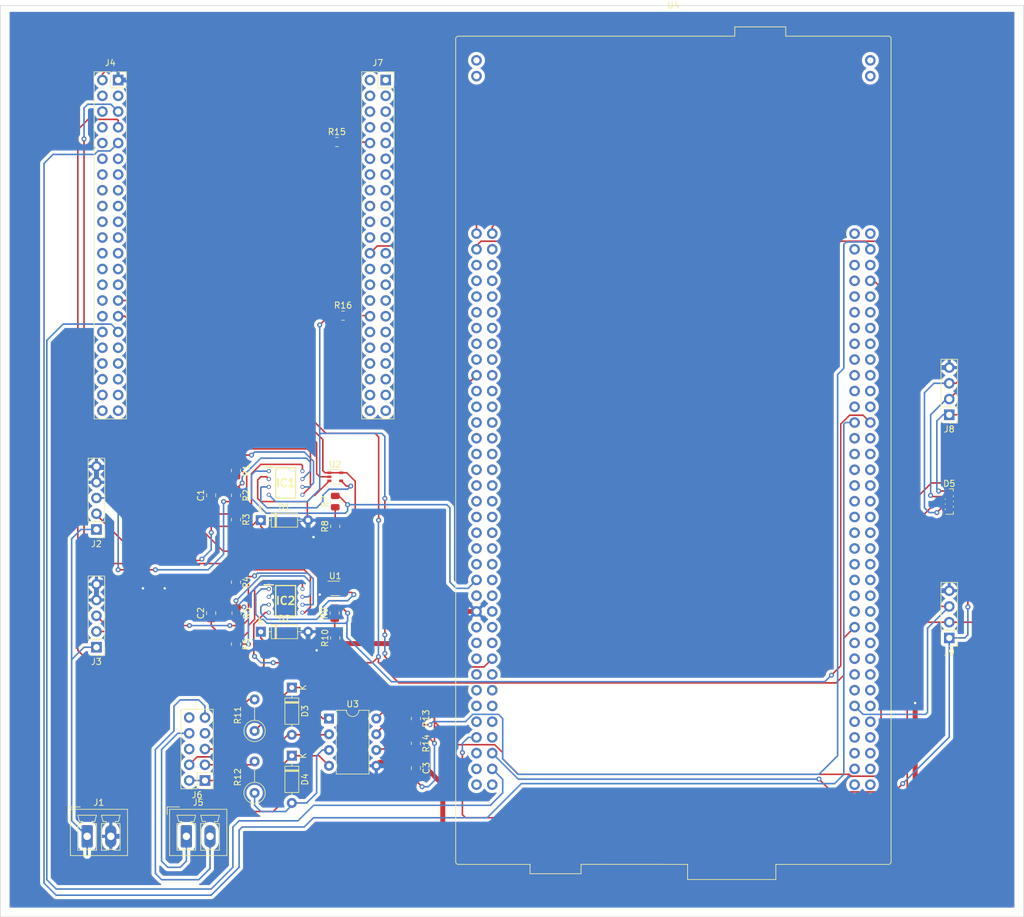
<source format=kicad_pcb>
(kicad_pcb (version 20171130) (host pcbnew "(5.1.10)-1")
  (layers (0 F.Cu signal) (31 B.Cu signal) (34 B.Paste user) (35 F.Paste user) (36 B.SilkS user) (37 F.SilkS user) (38 B.Mask user) (39 F.Mask user) (44 Edge.Cuts user))
  (net 0 "")
  (net 1 "Net-(C1-Pad2)")
  (net 2 "Net-(C1-Pad1)")
  (net 3 "Net-(C2-Pad2)")
  (net 4 "Net-(C2-Pad1)")
  (net 5 ENC3_Vcc)
  (net 6 GND)
  (net 7 ENC2_R_R_FPGA)
  (net 8 ENC1_R_R_FPGA)
  (net 9 "Net-(D3-Pad2)")
  (net 10 "Net-(D3-Pad1)")
  (net 11 "Net-(D4-Pad2)")
  (net 12 "Net-(D4-Pad1)")
  (net 13 INV2_SPI6_MOSI)
  (net 14 INV2_SPI6_MISO)
  (net 15 INV2_SPI6_SCK)
  (net 16 "Net-(D5-Pad6)")
  (net 17 "Net-(D5-Pad5)")
  (net 18 INV1_SPI3_MOSI)
  (net 19 INV1_SPI3_MISO)
  (net 20 INV1_SPI3_SCK)
  (net 21 "Net-(IC1-Pad7)")
  (net 22 "Net-(IC1-Pad6)")
  (net 23 ENC2_D_SPI5_MOSI)
  (net 24 "Net-(IC1-Pad3)")
  (net 25 ENC2_D_SPI1_MOSI)
  (net 26 "Net-(IC2-Pad7)")
  (net 27 "Net-(IC2-Pad6)")
  (net 28 ENC1_D_SPI4_MOSI)
  (net 29 "Net-(IC2-Pad3)")
  (net 30 ENC1_R_SPI2_MOSI)
  (net 31 "Net-(J1-Pad1)")
  (net 32 "Net-(J4-Pad44)")
  (net 33 "Net-(J4-Pad43)")
  (net 34 "Net-(J4-Pad42)")
  (net 35 "Net-(J4-Pad41)")
  (net 36 "Net-(J4-Pad40)")
  (net 37 "Net-(J4-Pad39)")
  (net 38 "Net-(J4-Pad38)")
  (net 39 "Net-(J4-Pad37)")
  (net 40 "Net-(J4-Pad36)")
  (net 41 "Net-(J4-Pad35)")
  (net 42 "Net-(J4-Pad34)")
  (net 43 ENC2_SPI1_SCK)
  (net 44 "Net-(J4-Pad32)")
  (net 45 "Net-(J4-Pad30)")
  (net 46 ENC2_DE_FPGA)
  (net 47 "Net-(J4-Pad28)")
  (net 48 "Net-(J4-Pad27)")
  (net 49 "Net-(J4-Pad26)")
  (net 50 "Net-(J4-Pad25)")
  (net 51 "Net-(J4-Pad24)")
  (net 52 "Net-(J4-Pad22)")
  (net 53 "Net-(J4-Pad21)")
  (net 54 "Net-(J4-Pad20)")
  (net 55 "Net-(J4-Pad19)")
  (net 56 "Net-(J4-Pad18)")
  (net 57 "Net-(J4-Pad17)")
  (net 58 "Net-(J4-Pad16)")
  (net 59 "Net-(J4-Pad15)")
  (net 60 "Net-(J4-Pad14)")
  (net 61 "Net-(J4-Pad13)")
  (net 62 "Net-(J4-Pad12)")
  (net 63 "Net-(J4-Pad11)")
  (net 64 "Net-(J4-Pad10)")
  (net 65 ENC1_SPI2_SCK)
  (net 66 "Net-(J4-Pad8)")
  (net 67 "Net-(J4-Pad6)")
  (net 68 ENC1_DE_FPGA)
  (net 69 "Net-(J4-Pad4)")
  (net 70 "Net-(J4-Pad3)")
  (net 71 FPGA_3.3V)
  (net 72 "Net-(J5-Pad2)")
  (net 73 "Net-(J6-Pad7)")
  (net 74 "Net-(J6-Pad6)")
  (net 75 "Net-(J6-Pad5)")
  (net 76 "Net-(J6-Pad3)")
  (net 77 "Net-(J7-Pad44)")
  (net 78 "Net-(J7-Pad43)")
  (net 79 "Net-(J7-Pad42)")
  (net 80 "Net-(J7-Pad41)")
  (net 81 "Net-(J7-Pad40)")
  (net 82 "Net-(J7-Pad39)")
  (net 83 "Net-(J7-Pad38)")
  (net 84 "Net-(J7-Pad37)")
  (net 85 "Net-(J7-Pad36)")
  (net 86 "Net-(J7-Pad35)")
  (net 87 "Net-(J7-Pad34)")
  (net 88 "Net-(J7-Pad33)")
  (net 89 "Net-(J7-Pad32)")
  (net 90 "Net-(J7-Pad31)")
  (net 91 "Net-(J7-Pad30)")
  (net 92 "Net-(J7-Pad29)")
  (net 93 "Net-(J7-Pad28)")
  (net 94 "Net-(J7-Pad27)")
  (net 95 "Net-(J7-Pad26)")
  (net 96 "Net-(J7-Pad25)")
  (net 97 "Net-(J7-Pad23)")
  (net 98 "Net-(J7-Pad22)")
  (net 99 "Net-(J7-Pad21)")
  (net 100 "Net-(J7-Pad20)")
  (net 101 "Net-(J7-Pad19)")
  (net 102 "Net-(J7-Pad18)")
  (net 103 "Net-(J7-Pad17)")
  (net 104 "Net-(J7-Pad16)")
  (net 105 "Net-(J7-Pad15)")
  (net 106 "Net-(J7-Pad14)")
  (net 107 "Net-(J7-Pad13)")
  (net 108 "Net-(J7-Pad12)")
  (net 109 "Net-(J7-Pad11)")
  (net 110 "Net-(J7-Pad10)")
  (net 111 "Net-(J7-Pad9)")
  (net 112 "Net-(J7-Pad8)")
  (net 113 "Net-(J7-Pad7)")
  (net 114 "Net-(J7-Pad6)")
  (net 115 "Net-(J7-Pad5)")
  (net 116 "Net-(J7-Pad4)")
  (net 117 "Net-(J7-Pad3)")
  (net 118 "Net-(J7-Pad1)")
  (net 119 ENC3_O1)
  (net 120 ENC3_02)
  (net 121 "Net-(U4-Pad144)")
  (net 122 "Net-(U4-Pad143)")
  (net 123 "Net-(U4-Pad142)")
  (net 124 "Net-(U4-Pad141)")
  (net 125 "Net-(U4-Pad140)")
  (net 126 "Net-(U4-Pad139)")
  (net 127 "Net-(U4-Pad138)")
  (net 128 "Net-(U4-Pad137)")
  (net 129 "Net-(U4-Pad136)")
  (net 130 "Net-(U4-Pad135)")
  (net 131 "Net-(U4-Pad134)")
  (net 132 "Net-(U4-Pad132)")
  (net 133 "Net-(U4-Pad131)")
  (net 134 "Net-(U4-Pad130)")
  (net 135 "Net-(U4-Pad129)")
  (net 136 "Net-(U4-Pad128)")
  (net 137 "Net-(U4-Pad127)")
  (net 138 "Net-(U4-Pad126)")
  (net 139 "Net-(U4-Pad125)")
  (net 140 "Net-(U4-Pad124)")
  (net 141 "Net-(U4-Pad122)")
  (net 142 "Net-(U4-Pad121)")
  (net 143 "Net-(U4-Pad120)")
  (net 144 "Net-(U4-Pad119)")
  (net 145 "Net-(U4-Pad118)")
  (net 146 "Net-(U4-Pad117)")
  (net 147 "Net-(U4-Pad116)")
  (net 148 "Net-(U4-Pad115)")
  (net 149 "Net-(U4-Pad114)")
  (net 150 "Net-(U4-Pad113)")
  (net 151 "Net-(U4-Pad112)")
  (net 152 "Net-(U4-Pad111)")
  (net 153 "Net-(U4-Pad110)")
  (net 154 "Net-(U4-Pad109)")
  (net 155 "Net-(U4-Pad108)")
  (net 156 "Net-(U4-Pad107)")
  (net 157 "Net-(U4-Pad106)")
  (net 158 "Net-(U4-Pad105)")
  (net 159 "Net-(U4-Pad104)")
  (net 160 "Net-(U4-Pad103)")
  (net 161 "Net-(U4-Pad102)")
  (net 162 "Net-(U4-Pad101)")
  (net 163 "Net-(U4-Pad100)")
  (net 164 "Net-(U4-Pad99)")
  (net 165 "Net-(U4-Pad96)")
  (net 166 "Net-(U4-Pad95)")
  (net 167 "Net-(U4-Pad94)")
  (net 168 "Net-(U4-Pad93)")
  (net 169 "Net-(U4-Pad92)")
  (net 170 ENC3_O2)
  (net 171 "Net-(U4-Pad90)")
  (net 172 "Net-(U4-Pad89)")
  (net 173 "Net-(U4-Pad88)")
  (net 174 "Net-(U4-Pad87)")
  (net 175 "Net-(U4-Pad86)")
  (net 176 "Net-(U4-Pad85)")
  (net 177 "Net-(U4-Pad84)")
  (net 178 "Net-(U4-Pad83)")
  (net 179 "Net-(U4-Pad82)")
  (net 180 "Net-(U4-Pad79)")
  (net 181 "Net-(U4-Pad78)")
  (net 182 "Net-(U4-Pad77)")
  (net 183 "Net-(U4-Pad75)")
  (net 184 "Net-(U4-Pad74)")
  (net 185 "Net-(U4-Pad73)")
  (net 186 "Net-(U4-Pad72)")
  (net 187 "Net-(U4-Pad69)")
  (net 188 "Net-(U4-Pad67)")
  (net 189 "Net-(U4-Pad66)")
  (net 190 "Net-(U4-Pad64)")
  (net 191 "Net-(U4-Pad63)")
  (net 192 "Net-(U4-Pad62)")
  (net 193 "Net-(U4-Pad61)")
  (net 194 "Net-(U4-Pad60)")
  (net 195 "Net-(U4-Pad59)")
  (net 196 "Net-(U4-Pad58)")
  (net 197 "Net-(U4-Pad57)")
  (net 198 "Net-(U4-Pad55)")
  (net 199 "Net-(U4-Pad54)")
  (net 200 "Net-(U4-Pad53)")
  (net 201 "Net-(U4-Pad52)")
  (net 202 "Net-(U4-Pad51)")
  (net 203 "Net-(U4-Pad50)")
  (net 204 "Net-(U4-Pad48)")
  (net 205 "Net-(U4-Pad47)")
  (net 206 "Net-(U4-Pad46)")
  (net 207 "Net-(U4-Pad44)")
  (net 208 "Net-(U4-Pad43)")
  (net 209 "Net-(U4-Pad42)")
  (net 210 "Net-(U4-Pad41)")
  (net 211 "Net-(U4-Pad40)")
  (net 212 "Net-(U4-Pad39)")
  (net 213 "Net-(U4-Pad38)")
  (net 214 "Net-(U4-Pad37)")
  (net 215 "Net-(U4-Pad36)")
  (net 216 "Net-(U4-Pad35)")
  (net 217 "Net-(U4-Pad34)")
  (net 218 "Net-(U4-Pad33)")
  (net 219 "Net-(U4-Pad32)")
  (net 220 "Net-(U4-Pad31)")
  (net 221 "Net-(U4-Pad30)")
  (net 222 "Net-(U4-Pad29)")
  (net 223 "Net-(U4-Pad28)")
  (net 224 "Net-(U4-Pad27)")
  (net 225 "Net-(U4-Pad26)")
  (net 226 "Net-(U4-Pad25)")
  (net 227 "Net-(U4-Pad24)")
  (net 228 "Net-(U4-Pad23)")
  (net 229 "Net-(U4-Pad22)")
  (net 230 "Net-(U4-Pad21)")
  (net 231 "Net-(U4-Pad20)")
  (net 232 "Net-(U4-Pad18)")
  (net 233 "Net-(U4-Pad17)")
  (net 234 "Net-(U4-Pad16)")
  (net 235 "Net-(U4-Pad15)")
  (net 236 "Net-(U4-Pad14)")
  (net 237 "Net-(U4-Pad13)")
  (net 238 "Net-(U4-Pad12)")
  (net 239 "Net-(U4-Pad11)")
  (net 240 "Net-(U4-Pad10)")
  (net 241 "Net-(U4-Pad9)")
  (net 242 "Net-(U4-Pad8)")
  (net 243 "Net-(U4-Pad7)")
  (net 244 "Net-(U4-Pad6)")
  (net 245 "Net-(U4-Pad5)")
  (net 246 "Net-(U4-Pad4)")
  (net 247 "Net-(J4-Pad23)")
  (net 248 "Net-(J7-Pad2)")
  (net 249 GND24V)
  (net 250 "Net-(J7-Pad24)")
  (net 251 "Net-(U4-Pad71)")
  (net 252 "Net-(U4-Pad81)")
  (module Connector_PinHeader_2.54mm:PinHeader_1x05_P2.54mm_Vertical (layer F.Cu) (at 95.5 129.5 180)
    (fp_text reference J2 (at 0 -2.33) (layer F.SilkS))
    (fp_text value Conn_01x05_Male)
    (pad 1 thru_hole rect (at 0 0 180) (size 1.7 1.7) (drill 1) (layers *.Cu *.Mask) (net 31 "Net-(J1-Pad1)"))
    (pad 2 thru_hole oval (at 0 2.54 180) (size 1.7 1.7) (drill 1) (layers *.Cu *.Mask) (net 21 "Net-(IC1-Pad7)"))
    (pad 3 thru_hole oval (at 0 5.08 180) (size 1.7 1.7) (drill 1) (layers *.Cu *.Mask) (net 22 "Net-(IC1-Pad6)"))
    (pad 4 thru_hole oval (at 0 7.62 180) (size 1.7 1.7) (drill 1) (layers *.Cu *.Mask) (net 6 GND))
    (pad 5 thru_hole oval (at 0 10.16 180) (size 1.7 1.7) (drill 1) (layers *.Cu *.Mask) (net 6 GND))
  )
  (module Capacitor_SMD:C_0805_2012Metric (layer F.Cu) (at 114 124 90)
    (fp_text reference C1 (at 0 -1.68 90) (layer F.SilkS))
    (fp_text value "10 *10^4 p")
    (pad 1 smd roundrect (at -0.95 0 90) (size 1 1.45) (layers F.Cu F.Paste F.Mask) (net 2 "Net-(C1-Pad1)"))
    (pad 2 smd roundrect (at 0.95 0 90) (size 1 1.45) (layers F.Cu F.Paste F.Mask) (net 1 "Net-(C1-Pad2)"))
  )
  (module Diode_THT:D_DO-35_SOD27_P7.62mm_Horizontal (layer F.Cu) (at 122 128)
    (fp_text reference D1 (at 3.81 -2.12) (layer F.SilkS))
    (fp_text value D_Zener)
    (fp_text user K (at 0 -1.8) (layer F.SilkS))
    (pad 1 thru_hole rect (at 0 0) (size 1.6 1.6) (drill 0.8) (layers *.Cu *.Mask) (net 7 ENC2_R_R_FPGA))
    (pad 2 thru_hole oval (at 7.62 0) (size 1.6 1.6) (drill 0.8) (layers *.Cu *.Mask) (net 6 GND))
  )
  (module Resistor_SMD:R_0805_2012Metric (layer F.Cu) (at 134 125 90)
    (fp_text reference R7 (at 0 -1.65 90) (layer F.SilkS))
    (fp_text value "10 k")
    (pad 1 smd roundrect (at -0.9125 0 90) (size 1.025 1.4) (layers F.Cu F.Paste F.Mask) (roundrect_rratio 0.243902) (net 7 ENC2_R_R_FPGA))
    (pad 2 smd roundrect (at 0.9125 0 90) (size 1.025 1.4) (layers F.Cu F.Paste F.Mask) (roundrect_rratio 0.243902) (net 25 ENC2_D_SPI1_MOSI))
  )
  (module SamacSys_Parts:SOIC127P600X175-8N_THT (layer F.Cu) (at 126 122)
    (fp_text reference IC1 (at 0 0) (layer F.SilkS) (effects (font (size 1.27 1.27) (thickness 0.254))))
    (fp_text value SN65HVD485ED hide)
    (pad 1 thru_hole circle (at -2.711 -1.905 90) (size 0.65 0.65) (drill 0.4) (layers *.Cu *.Mask) (net 25 ENC2_D_SPI1_MOSI))
    (pad 2 thru_hole circle (at -2.711 -0.635 90) (size 0.65 0.65) (drill 0.4) (layers *.Cu *.Mask) (net 6 GND))
    (pad 3 thru_hole circle (at -2.711 0.635 90) (size 0.65 0.65) (drill 0.4) (layers *.Cu *.Mask) (net 24 "Net-(IC1-Pad3)"))
    (pad 4 thru_hole circle (at -2.711 1.905 90) (size 0.65 0.65) (drill 0.4) (layers *.Cu *.Mask) (net 23 ENC2_D_SPI5_MOSI))
    (pad 5 thru_hole circle (at 2.711 1.905 90) (size 0.65 0.65) (drill 0.4) (layers *.Cu *.Mask) (net 1 "Net-(C1-Pad2)"))
    (pad 6 thru_hole circle (at 2.711 0.635 90) (size 0.65 0.65) (drill 0.4) (layers *.Cu *.Mask) (net 22 "Net-(IC1-Pad6)"))
    (pad 7 thru_hole circle (at 2.711 -0.635 90) (size 0.65 0.65) (drill 0.4) (layers *.Cu *.Mask) (net 21 "Net-(IC1-Pad7)"))
    (pad 8 thru_hole circle (at 2.711 -1.905 90) (size 0.65 0.65) (drill 0.4) (layers *.Cu *.Mask) (net 2 "Net-(C1-Pad1)"))
  )
  (module Resistor_SMD:R_0805_2012Metric (layer F.Cu) (at 134 129 90)
    (fp_text reference R8 (at 0 -1.65 90) (layer F.SilkS))
    (fp_text value 20k)
    (pad 1 smd roundrect (at -0.9125 0 90) (size 1.025 1.4) (layers F.Cu F.Paste F.Mask) (roundrect_rratio 0.243902) (net 6 GND))
    (pad 2 smd roundrect (at 0.9125 0 90) (size 1.025 1.4) (layers F.Cu F.Paste F.Mask) (roundrect_rratio 0.243902) (net 7 ENC2_R_R_FPGA))
  )
  (module Resistor_SMD:R_0805_2012Metric (layer F.Cu) (at 118 127.9125 270)
    (fp_text reference R3 (at 0 -1.65 90) (layer F.SilkS))
    (fp_text value "1.18 k")
    (pad 1 smd roundrect (at -0.9125 0 270) (size 1.025 1.4) (layers F.Cu F.Paste F.Mask) (roundrect_rratio 0.243902) (net 2 "Net-(C1-Pad1)"))
    (pad 2 smd roundrect (at 0.9125 0 270) (size 1.025 1.4) (layers F.Cu F.Paste F.Mask) (roundrect_rratio 0.243902) (net 21 "Net-(IC1-Pad7)"))
  )
  (module Resistor_SMD:R_0805_2012Metric (layer F.Cu) (at 118 124 270)
    (fp_text reference R2 (at 0 -1.65 90) (layer F.SilkS))
    (fp_text value 218)
    (pad 1 smd roundrect (at -0.9125 0 270) (size 1.025 1.4) (layers F.Cu F.Paste F.Mask) (roundrect_rratio 0.243902) (net 21 "Net-(IC1-Pad7)"))
    (pad 2 smd roundrect (at 0.9125 0 270) (size 1.025 1.4) (layers F.Cu F.Paste F.Mask) (roundrect_rratio 0.243902) (net 22 "Net-(IC1-Pad6)"))
  )
  (module Resistor_SMD:R_0805_2012Metric (layer F.Cu) (at 118 120 270)
    (fp_text reference R1 (at 0 -1.65 90) (layer F.SilkS))
    (fp_text value "1.16 k")
    (pad 1 smd roundrect (at -0.9125 0 270) (size 1.025 1.4) (layers F.Cu F.Paste F.Mask) (roundrect_rratio 0.243902) (net 22 "Net-(IC1-Pad6)"))
    (pad 2 smd roundrect (at 0.9125 0 270) (size 1.025 1.4) (layers F.Cu F.Paste F.Mask) (roundrect_rratio 0.243902) (net 1 "Net-(C1-Pad2)"))
  )
  (module Package_TO_SOT_SMD:SOT-353_SC-70-5 (layer F.Cu) (at 134 121)
    (fp_text reference U2 (at 0 -2) (layer F.SilkS))
    (fp_text value SN74AUP1T34DCK)
    (pad 5 smd rect (at 0.95 -0.65) (size 0.65 0.4) (layers F.Cu F.Paste F.Mask) (net 71 FPGA_3.3V))
    (pad 4 smd rect (at 0.95 0.65) (size 0.65 0.4) (layers F.Cu F.Paste F.Mask) (net 24 "Net-(IC1-Pad3)"))
    (pad 2 smd rect (at -0.95 0) (size 0.65 0.4) (layers F.Cu F.Paste F.Mask) (net 46 ENC2_DE_FPGA))
    (pad 3 smd rect (at -0.95 0.65) (size 0.65 0.4) (layers F.Cu F.Paste F.Mask) (net 6 GND))
    (pad 1 smd rect (at -0.95 -0.65) (size 0.65 0.4) (layers F.Cu F.Paste F.Mask) (net 71 FPGA_3.3V))
  )
  (module Module:ST_Morpho_Connector_144_STLink (layer F.Cu) (at 156.775001 81.765001)
    (fp_text reference U4 (at 31.75 -36.83) (layer F.SilkS))
    (fp_text value NUCLEO144-H743ZI)
    (pad 1 thru_hole circle (at 0 0) (size 1.7 1.7) (drill 1) (layers *.Cu *.Mask) (net 20 INV1_SPI3_SCK))
    (pad 2 thru_hole circle (at 2.54 0) (size 1.7 1.7) (drill 1) (layers *.Cu *.Mask) (net 19 INV1_SPI3_MISO))
    (pad 3 thru_hole circle (at 0 2.54) (size 1.7 1.7) (drill 1) (layers *.Cu *.Mask) (net 18 INV1_SPI3_MOSI))
    (pad 4 thru_hole circle (at 2.54 2.54) (size 1.7 1.7) (drill 1) (layers *.Cu *.Mask) (net 246 "Net-(U4-Pad4)"))
    (pad 5 thru_hole circle (at 0 5.08) (size 1.7 1.7) (drill 1) (layers *.Cu *.Mask) (net 245 "Net-(U4-Pad5)"))
    (pad 6 thru_hole circle (at 2.54 5.08) (size 1.7 1.7) (drill 1) (layers *.Cu *.Mask) (net 244 "Net-(U4-Pad6)"))
    (pad 7 thru_hole circle (at 0 7.62) (size 1.7 1.7) (drill 1) (layers *.Cu *.Mask) (net 243 "Net-(U4-Pad7)"))
    (pad 8 thru_hole circle (at 2.54 7.62) (size 1.7 1.7) (drill 1) (layers *.Cu *.Mask) (net 242 "Net-(U4-Pad8)"))
    (pad 9 thru_hole circle (at 0 10.16) (size 1.7 1.7) (drill 1) (layers *.Cu *.Mask) (net 241 "Net-(U4-Pad9)"))
    (pad 10 thru_hole circle (at 2.54 10.16) (size 1.7 1.7) (drill 1) (layers *.Cu *.Mask) (net 240 "Net-(U4-Pad10)"))
    (pad 11 thru_hole circle (at 0 12.7) (size 1.7 1.7) (drill 1) (layers *.Cu *.Mask) (net 239 "Net-(U4-Pad11)"))
    (pad 12 thru_hole circle (at 2.54 12.7) (size 1.7 1.7) (drill 1) (layers *.Cu *.Mask) (net 238 "Net-(U4-Pad12)"))
    (pad 13 thru_hole circle (at 0 15.24) (size 1.7 1.7) (drill 1) (layers *.Cu *.Mask) (net 237 "Net-(U4-Pad13)"))
    (pad 14 thru_hole circle (at 2.54 15.24) (size 1.7 1.7) (drill 1) (layers *.Cu *.Mask) (net 236 "Net-(U4-Pad14)"))
    (pad 15 thru_hole circle (at 0 17.78) (size 1.7 1.7) (drill 1) (layers *.Cu *.Mask) (net 235 "Net-(U4-Pad15)"))
    (pad 16 thru_hole circle (at 2.54 17.78) (size 1.7 1.7) (drill 1) (layers *.Cu *.Mask) (net 234 "Net-(U4-Pad16)"))
    (pad 17 thru_hole circle (at 0 20.32) (size 1.7 1.7) (drill 1) (layers *.Cu *.Mask) (net 233 "Net-(U4-Pad17)"))
    (pad 18 thru_hole circle (at 2.54 20.32) (size 1.7 1.7) (drill 1) (layers *.Cu *.Mask) (net 232 "Net-(U4-Pad18)"))
    (pad 19 thru_hole circle (at 0 22.86) (size 1.7 1.7) (drill 1) (layers *.Cu *.Mask) (net 250 "Net-(J7-Pad24)"))
    (pad 20 thru_hole circle (at 2.54 22.86) (size 1.7 1.7) (drill 1) (layers *.Cu *.Mask) (net 231 "Net-(U4-Pad20)"))
    (pad 21 thru_hole circle (at 0 25.4) (size 1.7 1.7) (drill 1) (layers *.Cu *.Mask) (net 230 "Net-(U4-Pad21)"))
    (pad 22 thru_hole circle (at 2.54 25.4) (size 1.7 1.7) (drill 1) (layers *.Cu *.Mask) (net 229 "Net-(U4-Pad22)"))
    (pad 23 thru_hole circle (at 0 27.94) (size 1.7 1.7) (drill 1) (layers *.Cu *.Mask) (net 228 "Net-(U4-Pad23)"))
    (pad 24 thru_hole circle (at 2.54 27.94) (size 1.7 1.7) (drill 1) (layers *.Cu *.Mask) (net 227 "Net-(U4-Pad24)"))
    (pad 25 thru_hole circle (at 0 30.48) (size 1.7 1.7) (drill 1) (layers *.Cu *.Mask) (net 226 "Net-(U4-Pad25)"))
    (pad 26 thru_hole circle (at 2.54 30.48) (size 1.7 1.7) (drill 1) (layers *.Cu *.Mask) (net 225 "Net-(U4-Pad26)"))
    (pad 27 thru_hole circle (at 0 33.02) (size 1.7 1.7) (drill 1) (layers *.Cu *.Mask) (net 224 "Net-(U4-Pad27)"))
    (pad 28 thru_hole circle (at 2.54 33.02) (size 1.7 1.7) (drill 1) (layers *.Cu *.Mask) (net 223 "Net-(U4-Pad28)"))
    (pad 29 thru_hole circle (at 0 35.56) (size 1.7 1.7) (drill 1) (layers *.Cu *.Mask) (net 222 "Net-(U4-Pad29)"))
    (pad 30 thru_hole circle (at 2.54 35.56) (size 1.7 1.7) (drill 1) (layers *.Cu *.Mask) (net 221 "Net-(U4-Pad30)"))
    (pad 31 thru_hole circle (at 0 38.1) (size 1.7 1.7) (drill 1) (layers *.Cu *.Mask) (net 220 "Net-(U4-Pad31)"))
    (pad 32 thru_hole circle (at 2.54 38.1) (size 1.7 1.7) (drill 1) (layers *.Cu *.Mask) (net 219 "Net-(U4-Pad32)"))
    (pad 33 thru_hole circle (at 0 40.64) (size 1.7 1.7) (drill 1) (layers *.Cu *.Mask) (net 218 "Net-(U4-Pad33)"))
    (pad 34 thru_hole circle (at 2.54 40.64) (size 1.7 1.7) (drill 1) (layers *.Cu *.Mask) (net 217 "Net-(U4-Pad34)"))
    (pad 35 thru_hole circle (at 0 43.18) (size 1.7 1.7) (drill 1) (layers *.Cu *.Mask) (net 216 "Net-(U4-Pad35)"))
    (pad 36 thru_hole circle (at 2.54 43.18) (size 1.7 1.7) (drill 1) (layers *.Cu *.Mask) (net 215 "Net-(U4-Pad36)"))
    (pad 37 thru_hole circle (at 0 45.72) (size 1.7 1.7) (drill 1) (layers *.Cu *.Mask) (net 214 "Net-(U4-Pad37)"))
    (pad 38 thru_hole circle (at 2.54 45.72) (size 1.7 1.7) (drill 1) (layers *.Cu *.Mask) (net 213 "Net-(U4-Pad38)"))
    (pad 39 thru_hole circle (at 0 48.26) (size 1.7 1.7) (drill 1) (layers *.Cu *.Mask) (net 212 "Net-(U4-Pad39)"))
    (pad 40 thru_hole circle (at 2.54 48.26) (size 1.7 1.7) (drill 1) (layers *.Cu *.Mask) (net 211 "Net-(U4-Pad40)"))
    (pad 41 thru_hole circle (at 0 50.8) (size 1.7 1.7) (drill 1) (layers *.Cu *.Mask) (net 210 "Net-(U4-Pad41)"))
    (pad 42 thru_hole circle (at 2.54 50.8) (size 1.7 1.7) (drill 1) (layers *.Cu *.Mask) (net 209 "Net-(U4-Pad42)"))
    (pad 43 thru_hole circle (at 0 53.34) (size 1.7 1.7) (drill 1) (layers *.Cu *.Mask) (net 208 "Net-(U4-Pad43)"))
    (pad 44 thru_hole circle (at 2.54 53.34) (size 1.7 1.7) (drill 1) (layers *.Cu *.Mask) (net 207 "Net-(U4-Pad44)"))
    (pad 45 thru_hole circle (at 0 55.88) (size 1.7 1.7) (drill 1) (layers *.Cu *.Mask) (net 25 ENC2_D_SPI1_MOSI))
    (pad 46 thru_hole circle (at 2.54 55.88) (size 1.7 1.7) (drill 1) (layers *.Cu *.Mask) (net 206 "Net-(U4-Pad46)"))
    (pad 47 thru_hole circle (at 0 58.42) (size 1.7 1.7) (drill 1) (layers *.Cu *.Mask) (net 205 "Net-(U4-Pad47)"))
    (pad 48 thru_hole circle (at 2.54 58.42) (size 1.7 1.7) (drill 1) (layers *.Cu *.Mask) (net 204 "Net-(U4-Pad48)"))
    (pad 49 thru_hole circle (at 0 60.96) (size 1.7 1.7) (drill 1) (layers *.Cu *.Mask) (net 6 GND))
    (pad 50 thru_hole circle (at 2.54 60.96) (size 1.7 1.7) (drill 1) (layers *.Cu *.Mask) (net 203 "Net-(U4-Pad50)"))
    (pad 51 thru_hole circle (at 0 63.5) (size 1.7 1.7) (drill 1) (layers *.Cu *.Mask) (net 202 "Net-(U4-Pad51)"))
    (pad 52 thru_hole circle (at 2.54 63.5) (size 1.7 1.7) (drill 1) (layers *.Cu *.Mask) (net 201 "Net-(U4-Pad52)"))
    (pad 53 thru_hole circle (at 0 66.04) (size 1.7 1.7) (drill 1) (layers *.Cu *.Mask) (net 200 "Net-(U4-Pad53)"))
    (pad 54 thru_hole circle (at 2.54 66.04) (size 1.7 1.7) (drill 1) (layers *.Cu *.Mask) (net 199 "Net-(U4-Pad54)"))
    (pad 55 thru_hole circle (at 0 68.58) (size 1.7 1.7) (drill 1) (layers *.Cu *.Mask) (net 198 "Net-(U4-Pad55)"))
    (pad 56 thru_hole circle (at 2.54 68.58) (size 1.7 1.7) (drill 1) (layers *.Cu *.Mask) (net 23 ENC2_D_SPI5_MOSI))
    (pad 57 thru_hole circle (at 0 71.12) (size 1.7 1.7) (drill 1) (layers *.Cu *.Mask) (net 197 "Net-(U4-Pad57)"))
    (pad 58 thru_hole circle (at 2.54 71.12) (size 1.7 1.7) (drill 1) (layers *.Cu *.Mask) (net 196 "Net-(U4-Pad58)"))
    (pad 59 thru_hole circle (at 0 73.66) (size 1.7 1.7) (drill 1) (layers *.Cu *.Mask) (net 195 "Net-(U4-Pad59)"))
    (pad 60 thru_hole circle (at 2.54 73.66) (size 1.7 1.7) (drill 1) (layers *.Cu *.Mask) (net 194 "Net-(U4-Pad60)"))
    (pad 61 thru_hole circle (at 0 76.2) (size 1.7 1.7) (drill 1) (layers *.Cu *.Mask) (net 193 "Net-(U4-Pad61)"))
    (pad 62 thru_hole circle (at 2.54 76.2) (size 1.7 1.7) (drill 1) (layers *.Cu *.Mask) (net 192 "Net-(U4-Pad62)"))
    (pad 63 thru_hole circle (at 0 78.74) (size 1.7 1.7) (drill 1) (layers *.Cu *.Mask) (net 191 "Net-(U4-Pad63)"))
    (pad 64 thru_hole circle (at 2.54 78.74) (size 1.7 1.7) (drill 1) (layers *.Cu *.Mask) (net 190 "Net-(U4-Pad64)"))
    (pad 65 thru_hole circle (at 0 81.28) (size 1.7 1.7) (drill 1) (layers *.Cu *.Mask) (net 14 INV2_SPI6_MISO))
    (pad 66 thru_hole circle (at 2.54 81.28) (size 1.7 1.7) (drill 1) (layers *.Cu *.Mask) (net 189 "Net-(U4-Pad66)"))
    (pad 67 thru_hole circle (at 0 83.82) (size 1.7 1.7) (drill 1) (layers *.Cu *.Mask) (net 188 "Net-(U4-Pad67)"))
    (pad 68 thru_hole circle (at 2.54 83.82) (size 1.7 1.7) (drill 1) (layers *.Cu *.Mask) (net 15 INV2_SPI6_SCK))
    (pad 69 thru_hole circle (at 0 86.36) (size 1.7 1.7) (drill 1) (layers *.Cu *.Mask) (net 187 "Net-(U4-Pad69)"))
    (pad 70 thru_hole circle (at 2.54 86.36) (size 1.7 1.7) (drill 1) (layers *.Cu *.Mask) (net 43 ENC2_SPI1_SCK))
    (pad 71 thru_hole circle (at 0 88.9) (size 1.7 1.7) (drill 1) (layers *.Cu *.Mask) (net 251 "Net-(U4-Pad71)"))
    (pad 72 thru_hole circle (at 2.54 88.9) (size 1.7 1.7) (drill 1) (layers *.Cu *.Mask) (net 186 "Net-(U4-Pad72)"))
    (pad 73 thru_hole circle (at 60.96 0) (size 1.7 1.7) (drill 1) (layers *.Cu *.Mask) (net 185 "Net-(U4-Pad73)"))
    (pad 74 thru_hole circle (at 63.5 0) (size 1.7 1.7) (drill 1) (layers *.Cu *.Mask) (net 184 "Net-(U4-Pad74)"))
    (pad 75 thru_hole circle (at 60.96 2.54) (size 1.7 1.7) (drill 1) (layers *.Cu *.Mask) (net 183 "Net-(U4-Pad75)"))
    (pad 76 thru_hole circle (at 63.5 2.54) (size 1.7 1.7) (drill 1) (layers *.Cu *.Mask) (net 119 ENC3_O1))
    (pad 77 thru_hole circle (at 60.96 5.08) (size 1.7 1.7) (drill 1) (layers *.Cu *.Mask) (net 182 "Net-(U4-Pad77)"))
    (pad 78 thru_hole circle (at 63.5 5.08) (size 1.7 1.7) (drill 1) (layers *.Cu *.Mask) (net 181 "Net-(U4-Pad78)"))
    (pad 79 thru_hole circle (at 60.96 7.62) (size 1.7 1.7) (drill 1) (layers *.Cu *.Mask) (net 180 "Net-(U4-Pad79)"))
    (pad 80 thru_hole circle (at 63.5 7.62) (size 1.7 1.7) (drill 1) (layers *.Cu *.Mask) (net 5 ENC3_Vcc))
    (pad 81 thru_hole circle (at 60.96 10.16) (size 1.7 1.7) (drill 1) (layers *.Cu *.Mask) (net 252 "Net-(U4-Pad81)"))
    (pad 82 thru_hole circle (at 63.5 10.16) (size 1.7 1.7) (drill 1) (layers *.Cu *.Mask) (net 179 "Net-(U4-Pad82)"))
    (pad 83 thru_hole circle (at 60.96 12.7) (size 1.7 1.7) (drill 1) (layers *.Cu *.Mask) (net 178 "Net-(U4-Pad83)"))
    (pad 84 thru_hole circle (at 63.5 12.7) (size 1.7 1.7) (drill 1) (layers *.Cu *.Mask) (net 177 "Net-(U4-Pad84)"))
    (pad 85 thru_hole circle (at 60.96 15.24) (size 1.7 1.7) (drill 1) (layers *.Cu *.Mask) (net 176 "Net-(U4-Pad85)"))
    (pad 86 thru_hole circle (at 63.5 15.24) (size 1.7 1.7) (drill 1) (layers *.Cu *.Mask) (net 175 "Net-(U4-Pad86)"))
    (pad 87 thru_hole circle (at 60.96 17.78) (size 1.7 1.7) (drill 1) (layers *.Cu *.Mask) (net 174 "Net-(U4-Pad87)"))
    (pad 88 thru_hole circle (at 63.5 17.78) (size 1.7 1.7) (drill 1) (layers *.Cu *.Mask) (net 173 "Net-(U4-Pad88)"))
    (pad 89 thru_hole circle (at 60.96 20.32) (size 1.7 1.7) (drill 1) (layers *.Cu *.Mask) (net 172 "Net-(U4-Pad89)"))
    (pad 90 thru_hole circle (at 63.5 20.32) (size 1.7 1.7) (drill 1) (layers *.Cu *.Mask) (net 171 "Net-(U4-Pad90)"))
    (pad 91 thru_hole circle (at 60.96 22.86) (size 1.7 1.7) (drill 1) (layers *.Cu *.Mask) (net 170 ENC3_O2))
    (pad 92 thru_hole circle (at 63.5 22.86) (size 1.7 1.7) (drill 1) (layers *.Cu *.Mask) (net 169 "Net-(U4-Pad92)"))
    (pad 93 thru_hole circle (at 60.96 25.4) (size 1.7 1.7) (drill 1) (layers *.Cu *.Mask) (net 168 "Net-(U4-Pad93)"))
    (pad 94 thru_hole circle (at 63.5 25.4) (size 1.7 1.7) (drill 1) (layers *.Cu *.Mask) (net 167 "Net-(U4-Pad94)"))
    (pad 95 thru_hole circle (at 60.96 27.94) (size 1.7 1.7) (drill 1) (layers *.Cu *.Mask) (net 166 "Net-(U4-Pad95)"))
    (pad 96 thru_hole circle (at 63.5 27.94) (size 1.7 1.7) (drill 1) (layers *.Cu *.Mask) (net 165 "Net-(U4-Pad96)"))
    (pad 97 thru_hole circle (at 60.96 30.48) (size 1.7 1.7) (drill 1) (layers *.Cu *.Mask) (net 65 ENC1_SPI2_SCK))
    (pad 98 thru_hole circle (at 63.5 30.48) (size 1.7 1.7) (drill 1) (layers *.Cu *.Mask) (net 30 ENC1_R_SPI2_MOSI))
    (pad 99 thru_hole circle (at 60.96 33.02) (size 1.7 1.7) (drill 1) (layers *.Cu *.Mask) (net 164 "Net-(U4-Pad99)"))
    (pad 100 thru_hole circle (at 63.5 33.02) (size 1.7 1.7) (drill 1) (layers *.Cu *.Mask) (net 163 "Net-(U4-Pad100)"))
    (pad 101 thru_hole circle (at 60.96 35.56) (size 1.7 1.7) (drill 1) (layers *.Cu *.Mask) (net 162 "Net-(U4-Pad101)"))
    (pad 102 thru_hole circle (at 63.5 35.56) (size 1.7 1.7) (drill 1) (layers *.Cu *.Mask) (net 161 "Net-(U4-Pad102)"))
    (pad 103 thru_hole circle (at 60.96 38.1) (size 1.7 1.7) (drill 1) (layers *.Cu *.Mask) (net 160 "Net-(U4-Pad103)"))
    (pad 104 thru_hole circle (at 63.5 38.1) (size 1.7 1.7) (drill 1) (layers *.Cu *.Mask) (net 159 "Net-(U4-Pad104)"))
    (pad 105 thru_hole circle (at 60.96 40.64) (size 1.7 1.7) (drill 1) (layers *.Cu *.Mask) (net 158 "Net-(U4-Pad105)"))
    (pad 106 thru_hole circle (at 63.5 40.64) (size 1.7 1.7) (drill 1) (layers *.Cu *.Mask) (net 157 "Net-(U4-Pad106)"))
    (pad 107 thru_hole circle (at 60.96 43.18) (size 1.7 1.7) (drill 1) (layers *.Cu *.Mask) (net 156 "Net-(U4-Pad107)"))
    (pad 108 thru_hole circle (at 63.5 43.18) (size 1.7 1.7) (drill 1) (layers *.Cu *.Mask) (net 155 "Net-(U4-Pad108)"))
    (pad 109 thru_hole circle (at 60.96 45.72) (size 1.7 1.7) (drill 1) (layers *.Cu *.Mask) (net 154 "Net-(U4-Pad109)"))
    (pad 110 thru_hole circle (at 63.5 45.72) (size 1.7 1.7) (drill 1) (layers *.Cu *.Mask) (net 153 "Net-(U4-Pad110)"))
    (pad 111 thru_hole circle (at 60.96 48.26) (size 1.7 1.7) (drill 1) (layers *.Cu *.Mask) (net 152 "Net-(U4-Pad111)"))
    (pad 112 thru_hole circle (at 63.5 48.26) (size 1.7 1.7) (drill 1) (layers *.Cu *.Mask) (net 151 "Net-(U4-Pad112)"))
    (pad 113 thru_hole circle (at 60.96 50.8) (size 1.7 1.7) (drill 1) (layers *.Cu *.Mask) (net 150 "Net-(U4-Pad113)"))
    (pad 114 thru_hole circle (at 63.5 50.8) (size 1.7 1.7) (drill 1) (layers *.Cu *.Mask) (net 149 "Net-(U4-Pad114)"))
    (pad 115 thru_hole circle (at 60.96 53.34) (size 1.7 1.7) (drill 1) (layers *.Cu *.Mask) (net 148 "Net-(U4-Pad115)"))
    (pad 116 thru_hole circle (at 63.5 53.34) (size 1.7 1.7) (drill 1) (layers *.Cu *.Mask) (net 147 "Net-(U4-Pad116)"))
    (pad 117 thru_hole circle (at 60.96 55.88) (size 1.7 1.7) (drill 1) (layers *.Cu *.Mask) (net 146 "Net-(U4-Pad117)"))
    (pad 118 thru_hole circle (at 63.5 55.88) (size 1.7 1.7) (drill 1) (layers *.Cu *.Mask) (net 145 "Net-(U4-Pad118)"))
    (pad 119 thru_hole circle (at 60.96 58.42) (size 1.7 1.7) (drill 1) (layers *.Cu *.Mask) (net 144 "Net-(U4-Pad119)"))
    (pad 120 thru_hole circle (at 63.5 58.42) (size 1.7 1.7) (drill 1) (layers *.Cu *.Mask) (net 143 "Net-(U4-Pad120)"))
    (pad 121 thru_hole circle (at 60.96 60.96) (size 1.7 1.7) (drill 1) (layers *.Cu *.Mask) (net 142 "Net-(U4-Pad121)"))
    (pad 122 thru_hole circle (at 63.5 60.96) (size 1.7 1.7) (drill 1) (layers *.Cu *.Mask) (net 141 "Net-(U4-Pad122)"))
    (pad 123 thru_hole circle (at 60.96 63.5) (size 1.7 1.7) (drill 1) (layers *.Cu *.Mask) (net 28 ENC1_D_SPI4_MOSI))
    (pad 124 thru_hole circle (at 63.5 63.5) (size 1.7 1.7) (drill 1) (layers *.Cu *.Mask) (net 140 "Net-(U4-Pad124)"))
    (pad 125 thru_hole circle (at 60.96 66.04) (size 1.7 1.7) (drill 1) (layers *.Cu *.Mask) (net 139 "Net-(U4-Pad125)"))
    (pad 126 thru_hole circle (at 63.5 66.04) (size 1.7 1.7) (drill 1) (layers *.Cu *.Mask) (net 138 "Net-(U4-Pad126)"))
    (pad 127 thru_hole circle (at 60.96 68.58) (size 1.7 1.7) (drill 1) (layers *.Cu *.Mask) (net 137 "Net-(U4-Pad127)"))
    (pad 128 thru_hole circle (at 63.5 68.58) (size 1.7 1.7) (drill 1) (layers *.Cu *.Mask) (net 136 "Net-(U4-Pad128)"))
    (pad 129 thru_hole circle (at 60.96 71.12) (size 1.7 1.7) (drill 1) (layers *.Cu *.Mask) (net 135 "Net-(U4-Pad129)"))
    (pad 130 thru_hole circle (at 63.5 71.12) (size 1.7 1.7) (drill 1) (layers *.Cu *.Mask) (net 134 "Net-(U4-Pad130)"))
    (pad 131 thru_hole circle (at 60.96 73.66) (size 1.7 1.7) (drill 1) (layers *.Cu *.Mask) (net 133 "Net-(U4-Pad131)"))
    (pad 132 thru_hole circle (at 63.5 73.66) (size 1.7 1.7) (drill 1) (layers *.Cu *.Mask) (net 132 "Net-(U4-Pad132)"))
    (pad 133 thru_hole circle (at 60.96 76.2) (size 1.7 1.7) (drill 1) (layers *.Cu *.Mask) (net 13 INV2_SPI6_MOSI))
    (pad 134 thru_hole circle (at 63.5 76.2) (size 1.7 1.7) (drill 1) (layers *.Cu *.Mask) (net 131 "Net-(U4-Pad134)"))
    (pad 135 thru_hole circle (at 60.96 78.74) (size 1.7 1.7) (drill 1) (layers *.Cu *.Mask) (net 130 "Net-(U4-Pad135)"))
    (pad 136 thru_hole circle (at 63.5 78.74) (size 1.7 1.7) (drill 1) (layers *.Cu *.Mask) (net 129 "Net-(U4-Pad136)"))
    (pad 137 thru_hole circle (at 60.96 81.28) (size 1.7 1.7) (drill 1) (layers *.Cu *.Mask) (net 128 "Net-(U4-Pad137)"))
    (pad 138 thru_hole circle (at 63.5 81.28) (size 1.7 1.7) (drill 1) (layers *.Cu *.Mask) (net 127 "Net-(U4-Pad138)"))
    (pad 139 thru_hole circle (at 60.96 83.82) (size 1.7 1.7) (drill 1) (layers *.Cu *.Mask) (net 126 "Net-(U4-Pad139)"))
    (pad 140 thru_hole circle (at 63.5 83.82) (size 1.7 1.7) (drill 1) (layers *.Cu *.Mask) (net 125 "Net-(U4-Pad140)"))
    (pad 141 thru_hole circle (at 60.96 86.36) (size 1.7 1.7) (drill 1) (layers *.Cu *.Mask) (net 124 "Net-(U4-Pad141)"))
    (pad 142 thru_hole circle (at 63.5 86.36) (size 1.7 1.7) (drill 1) (layers *.Cu *.Mask) (net 123 "Net-(U4-Pad142)"))
    (pad 143 thru_hole circle (at 60.96 88.9) (size 1.7 1.7) (drill 1) (layers *.Cu *.Mask) (net 122 "Net-(U4-Pad143)"))
    (pad 144 thru_hole circle (at 63.5 88.9) (size 1.7 1.7) (drill 1) (layers *.Cu *.Mask) (net 121 "Net-(U4-Pad144)"))
    (pad 145 thru_hole circle (at 0 -27.94) (size 1.7 1.7) (drill 1) (layers *.Cu *.Mask))
    (pad 146 thru_hole circle (at 0 -25.4) (size 1.7 1.7) (drill 1) (layers *.Cu *.Mask))
    (pad 147 thru_hole circle (at 63.5 -27.94) (size 1.7 1.7) (drill 1) (layers *.Cu *.Mask))
    (pad 148 thru_hole circle (at 63.5 -25.4) (size 1.7 1.7) (drill 1) (layers *.Cu *.Mask))
  )
  (module Connector_PinSocket_2.54mm:PinSocket_2x22_P2.54mm_Vertical (layer F.Cu) (at 142.14 57)
    (fp_text reference J7 (at -1.27 -2.77) (layer F.SilkS))
    (fp_text value Conn_02x22_Odd_Even)
    (pad 1 thru_hole rect (at 0 0) (size 1.7 1.7) (drill 1) (layers *.Cu *.Mask) (net 118 "Net-(J7-Pad1)"))
    (pad 2 thru_hole oval (at -2.54 0) (size 1.7 1.7) (drill 1) (layers *.Cu *.Mask) (net 248 "Net-(J7-Pad2)"))
    (pad 3 thru_hole oval (at 0 2.54) (size 1.7 1.7) (drill 1) (layers *.Cu *.Mask) (net 117 "Net-(J7-Pad3)"))
    (pad 4 thru_hole oval (at -2.54 2.54) (size 1.7 1.7) (drill 1) (layers *.Cu *.Mask) (net 116 "Net-(J7-Pad4)"))
    (pad 5 thru_hole oval (at 0 5.08) (size 1.7 1.7) (drill 1) (layers *.Cu *.Mask) (net 115 "Net-(J7-Pad5)"))
    (pad 6 thru_hole oval (at -2.54 5.08) (size 1.7 1.7) (drill 1) (layers *.Cu *.Mask) (net 114 "Net-(J7-Pad6)"))
    (pad 7 thru_hole oval (at 0 7.62) (size 1.7 1.7) (drill 1) (layers *.Cu *.Mask) (net 113 "Net-(J7-Pad7)"))
    (pad 8 thru_hole oval (at -2.54 7.62) (size 1.7 1.7) (drill 1) (layers *.Cu *.Mask) (net 112 "Net-(J7-Pad8)"))
    (pad 9 thru_hole oval (at 0 10.16) (size 1.7 1.7) (drill 1) (layers *.Cu *.Mask) (net 111 "Net-(J7-Pad9)"))
    (pad 10 thru_hole oval (at -2.54 10.16) (size 1.7 1.7) (drill 1) (layers *.Cu *.Mask) (net 110 "Net-(J7-Pad10)"))
    (pad 11 thru_hole oval (at 0 12.7) (size 1.7 1.7) (drill 1) (layers *.Cu *.Mask) (net 109 "Net-(J7-Pad11)"))
    (pad 12 thru_hole oval (at -2.54 12.7) (size 1.7 1.7) (drill 1) (layers *.Cu *.Mask) (net 108 "Net-(J7-Pad12)"))
    (pad 13 thru_hole oval (at 0 15.24) (size 1.7 1.7) (drill 1) (layers *.Cu *.Mask) (net 107 "Net-(J7-Pad13)"))
    (pad 14 thru_hole oval (at -2.54 15.24) (size 1.7 1.7) (drill 1) (layers *.Cu *.Mask) (net 106 "Net-(J7-Pad14)"))
    (pad 15 thru_hole oval (at 0 17.78) (size 1.7 1.7) (drill 1) (layers *.Cu *.Mask) (net 105 "Net-(J7-Pad15)"))
    (pad 16 thru_hole oval (at -2.54 17.78) (size 1.7 1.7) (drill 1) (layers *.Cu *.Mask) (net 104 "Net-(J7-Pad16)"))
    (pad 17 thru_hole oval (at 0 20.32) (size 1.7 1.7) (drill 1) (layers *.Cu *.Mask) (net 103 "Net-(J7-Pad17)"))
    (pad 18 thru_hole oval (at -2.54 20.32) (size 1.7 1.7) (drill 1) (layers *.Cu *.Mask) (net 102 "Net-(J7-Pad18)"))
    (pad 19 thru_hole oval (at 0 22.86) (size 1.7 1.7) (drill 1) (layers *.Cu *.Mask) (net 101 "Net-(J7-Pad19)"))
    (pad 20 thru_hole oval (at -2.54 22.86) (size 1.7 1.7) (drill 1) (layers *.Cu *.Mask) (net 100 "Net-(J7-Pad20)"))
    (pad 21 thru_hole oval (at 0 25.4) (size 1.7 1.7) (drill 1) (layers *.Cu *.Mask) (net 99 "Net-(J7-Pad21)"))
    (pad 22 thru_hole oval (at -2.54 25.4) (size 1.7 1.7) (drill 1) (layers *.Cu *.Mask) (net 98 "Net-(J7-Pad22)"))
    (pad 23 thru_hole oval (at 0 27.94) (size 1.7 1.7) (drill 1) (layers *.Cu *.Mask) (net 97 "Net-(J7-Pad23)"))
    (pad 24 thru_hole oval (at -2.54 27.94) (size 1.7 1.7) (drill 1) (layers *.Cu *.Mask) (net 250 "Net-(J7-Pad24)"))
    (pad 25 thru_hole oval (at 0 30.48) (size 1.7 1.7) (drill 1) (layers *.Cu *.Mask) (net 96 "Net-(J7-Pad25)"))
    (pad 26 thru_hole oval (at -2.54 30.48) (size 1.7 1.7) (drill 1) (layers *.Cu *.Mask) (net 95 "Net-(J7-Pad26)"))
    (pad 27 thru_hole oval (at 0 33.02) (size 1.7 1.7) (drill 1) (layers *.Cu *.Mask) (net 94 "Net-(J7-Pad27)"))
    (pad 28 thru_hole oval (at -2.54 33.02) (size 1.7 1.7) (drill 1) (layers *.Cu *.Mask) (net 93 "Net-(J7-Pad28)"))
    (pad 29 thru_hole oval (at 0 35.56) (size 1.7 1.7) (drill 1) (layers *.Cu *.Mask) (net 92 "Net-(J7-Pad29)"))
    (pad 30 thru_hole oval (at -2.54 35.56) (size 1.7 1.7) (drill 1) (layers *.Cu *.Mask) (net 91 "Net-(J7-Pad30)"))
    (pad 31 thru_hole oval (at 0 38.1) (size 1.7 1.7) (drill 1) (layers *.Cu *.Mask) (net 90 "Net-(J7-Pad31)"))
    (pad 32 thru_hole oval (at -2.54 38.1) (size 1.7 1.7) (drill 1) (layers *.Cu *.Mask) (net 89 "Net-(J7-Pad32)"))
    (pad 33 thru_hole oval (at 0 40.64) (size 1.7 1.7) (drill 1) (layers *.Cu *.Mask) (net 88 "Net-(J7-Pad33)"))
    (pad 34 thru_hole oval (at -2.54 40.64) (size 1.7 1.7) (drill 1) (layers *.Cu *.Mask) (net 87 "Net-(J7-Pad34)"))
    (pad 35 thru_hole oval (at 0 43.18) (size 1.7 1.7) (drill 1) (layers *.Cu *.Mask) (net 86 "Net-(J7-Pad35)"))
    (pad 36 thru_hole oval (at -2.54 43.18) (size 1.7 1.7) (drill 1) (layers *.Cu *.Mask) (net 85 "Net-(J7-Pad36)"))
    (pad 37 thru_hole oval (at 0 45.72) (size 1.7 1.7) (drill 1) (layers *.Cu *.Mask) (net 84 "Net-(J7-Pad37)"))
    (pad 38 thru_hole oval (at -2.54 45.72) (size 1.7 1.7) (drill 1) (layers *.Cu *.Mask) (net 83 "Net-(J7-Pad38)"))
    (pad 39 thru_hole oval (at 0 48.26) (size 1.7 1.7) (drill 1) (layers *.Cu *.Mask) (net 82 "Net-(J7-Pad39)"))
    (pad 40 thru_hole oval (at -2.54 48.26) (size 1.7 1.7) (drill 1) (layers *.Cu *.Mask) (net 81 "Net-(J7-Pad40)"))
    (pad 41 thru_hole oval (at 0 50.8) (size 1.7 1.7) (drill 1) (layers *.Cu *.Mask) (net 80 "Net-(J7-Pad41)"))
    (pad 42 thru_hole oval (at -2.54 50.8) (size 1.7 1.7) (drill 1) (layers *.Cu *.Mask) (net 79 "Net-(J7-Pad42)"))
    (pad 43 thru_hole oval (at 0 53.34) (size 1.7 1.7) (drill 1) (layers *.Cu *.Mask) (net 78 "Net-(J7-Pad43)"))
    (pad 44 thru_hole oval (at -2.54 53.34) (size 1.7 1.7) (drill 1) (layers *.Cu *.Mask) (net 77 "Net-(J7-Pad44)"))
  )
  (module Connector_PinSocket_2.54mm:PinSocket_2x22_P2.54mm_Vertical (layer F.Cu) (at 99 57)
    (fp_text reference J4 (at -1.27 -2.77) (layer F.SilkS))
    (fp_text value Conn_02x22_Odd_Even)
    (pad 44 thru_hole oval (at -2.54 53.34) (size 1.7 1.7) (drill 1) (layers *.Cu *.Mask) (net 32 "Net-(J4-Pad44)"))
    (pad 43 thru_hole oval (at 0 53.34) (size 1.7 1.7) (drill 1) (layers *.Cu *.Mask) (net 33 "Net-(J4-Pad43)"))
    (pad 42 thru_hole oval (at -2.54 50.8) (size 1.7 1.7) (drill 1) (layers *.Cu *.Mask) (net 34 "Net-(J4-Pad42)"))
    (pad 41 thru_hole oval (at 0 50.8) (size 1.7 1.7) (drill 1) (layers *.Cu *.Mask) (net 35 "Net-(J4-Pad41)"))
    (pad 40 thru_hole oval (at -2.54 48.26) (size 1.7 1.7) (drill 1) (layers *.Cu *.Mask) (net 36 "Net-(J4-Pad40)"))
    (pad 39 thru_hole oval (at 0 48.26) (size 1.7 1.7) (drill 1) (layers *.Cu *.Mask) (net 37 "Net-(J4-Pad39)"))
    (pad 38 thru_hole oval (at -2.54 45.72) (size 1.7 1.7) (drill 1) (layers *.Cu *.Mask) (net 38 "Net-(J4-Pad38)"))
    (pad 37 thru_hole oval (at 0 45.72) (size 1.7 1.7) (drill 1) (layers *.Cu *.Mask) (net 39 "Net-(J4-Pad37)"))
    (pad 36 thru_hole oval (at -2.54 43.18) (size 1.7 1.7) (drill 1) (layers *.Cu *.Mask) (net 40 "Net-(J4-Pad36)"))
    (pad 35 thru_hole oval (at 0 43.18) (size 1.7 1.7) (drill 1) (layers *.Cu *.Mask) (net 41 "Net-(J4-Pad35)"))
    (pad 34 thru_hole oval (at -2.54 40.64) (size 1.7 1.7) (drill 1) (layers *.Cu *.Mask) (net 42 "Net-(J4-Pad34)"))
    (pad 33 thru_hole oval (at 0 40.64) (size 1.7 1.7) (drill 1) (layers *.Cu *.Mask) (net 43 ENC2_SPI1_SCK))
    (pad 32 thru_hole oval (at -2.54 38.1) (size 1.7 1.7) (drill 1) (layers *.Cu *.Mask) (net 44 "Net-(J4-Pad32)"))
    (pad 31 thru_hole oval (at 0 38.1) (size 1.7 1.7) (drill 1) (layers *.Cu *.Mask) (net 7 ENC2_R_R_FPGA))
    (pad 30 thru_hole oval (at -2.54 35.56) (size 1.7 1.7) (drill 1) (layers *.Cu *.Mask) (net 45 "Net-(J4-Pad30)"))
    (pad 29 thru_hole oval (at 0 35.56) (size 1.7 1.7) (drill 1) (layers *.Cu *.Mask) (net 46 ENC2_DE_FPGA))
    (pad 28 thru_hole oval (at -2.54 33.02) (size 1.7 1.7) (drill 1) (layers *.Cu *.Mask) (net 47 "Net-(J4-Pad28)"))
    (pad 27 thru_hole oval (at 0 33.02) (size 1.7 1.7) (drill 1) (layers *.Cu *.Mask) (net 48 "Net-(J4-Pad27)"))
    (pad 26 thru_hole oval (at -2.54 30.48) (size 1.7 1.7) (drill 1) (layers *.Cu *.Mask) (net 49 "Net-(J4-Pad26)"))
    (pad 25 thru_hole oval (at 0 30.48) (size 1.7 1.7) (drill 1) (layers *.Cu *.Mask) (net 50 "Net-(J4-Pad25)"))
    (pad 24 thru_hole oval (at -2.54 27.94) (size 1.7 1.7) (drill 1) (layers *.Cu *.Mask) (net 51 "Net-(J4-Pad24)"))
    (pad 23 thru_hole oval (at 0 27.94) (size 1.7 1.7) (drill 1) (layers *.Cu *.Mask) (net 247 "Net-(J4-Pad23)"))
    (pad 22 thru_hole oval (at -2.54 25.4) (size 1.7 1.7) (drill 1) (layers *.Cu *.Mask) (net 52 "Net-(J4-Pad22)"))
    (pad 21 thru_hole oval (at 0 25.4) (size 1.7 1.7) (drill 1) (layers *.Cu *.Mask) (net 53 "Net-(J4-Pad21)"))
    (pad 20 thru_hole oval (at -2.54 22.86) (size 1.7 1.7) (drill 1) (layers *.Cu *.Mask) (net 54 "Net-(J4-Pad20)"))
    (pad 19 thru_hole oval (at 0 22.86) (size 1.7 1.7) (drill 1) (layers *.Cu *.Mask) (net 55 "Net-(J4-Pad19)"))
    (pad 18 thru_hole oval (at -2.54 20.32) (size 1.7 1.7) (drill 1) (layers *.Cu *.Mask) (net 56 "Net-(J4-Pad18)"))
    (pad 17 thru_hole oval (at 0 20.32) (size 1.7 1.7) (drill 1) (layers *.Cu *.Mask) (net 57 "Net-(J4-Pad17)"))
    (pad 16 thru_hole oval (at -2.54 17.78) (size 1.7 1.7) (drill 1) (layers *.Cu *.Mask) (net 58 "Net-(J4-Pad16)"))
    (pad 15 thru_hole oval (at 0 17.78) (size 1.7 1.7) (drill 1) (layers *.Cu *.Mask) (net 59 "Net-(J4-Pad15)"))
    (pad 14 thru_hole oval (at -2.54 15.24) (size 1.7 1.7) (drill 1) (layers *.Cu *.Mask) (net 60 "Net-(J4-Pad14)"))
    (pad 13 thru_hole oval (at 0 15.24) (size 1.7 1.7) (drill 1) (layers *.Cu *.Mask) (net 61 "Net-(J4-Pad13)"))
    (pad 12 thru_hole oval (at -2.54 12.7) (size 1.7 1.7) (drill 1) (layers *.Cu *.Mask) (net 62 "Net-(J4-Pad12)"))
    (pad 11 thru_hole oval (at 0 12.7) (size 1.7 1.7) (drill 1) (layers *.Cu *.Mask) (net 63 "Net-(J4-Pad11)"))
    (pad 10 thru_hole oval (at -2.54 10.16) (size 1.7 1.7) (drill 1) (layers *.Cu *.Mask) (net 64 "Net-(J4-Pad10)"))
    (pad 9 thru_hole oval (at 0 10.16) (size 1.7 1.7) (drill 1) (layers *.Cu *.Mask) (net 65 ENC1_SPI2_SCK))
    (pad 8 thru_hole oval (at -2.54 7.62) (size 1.7 1.7) (drill 1) (layers *.Cu *.Mask) (net 66 "Net-(J4-Pad8)"))
    (pad 7 thru_hole oval (at 0 7.62) (size 1.7 1.7) (drill 1) (layers *.Cu *.Mask) (net 8 ENC1_R_R_FPGA))
    (pad 6 thru_hole oval (at -2.54 5.08) (size 1.7 1.7) (drill 1) (layers *.Cu *.Mask) (net 67 "Net-(J4-Pad6)"))
    (pad 5 thru_hole oval (at 0 5.08) (size 1.7 1.7) (drill 1) (layers *.Cu *.Mask) (net 68 ENC1_DE_FPGA))
    (pad 4 thru_hole oval (at -2.54 2.54) (size 1.7 1.7) (drill 1) (layers *.Cu *.Mask) (net 69 "Net-(J4-Pad4)"))
    (pad 3 thru_hole oval (at 0 2.54) (size 1.7 1.7) (drill 1) (layers *.Cu *.Mask) (net 70 "Net-(J4-Pad3)"))
    (pad 2 thru_hole oval (at -2.54 0) (size 1.7 1.7) (drill 1) (layers *.Cu *.Mask) (net 71 FPGA_3.3V))
    (pad 1 thru_hole rect (at 0 0) (size 1.7 1.7) (drill 1) (layers *.Cu *.Mask) (net 6 GND))
  )
  (module Package_DIP:DIP-8_W7.62mm (layer F.Cu) (at 133 160)
    (fp_text reference U3 (at 3.81 -2.33) (layer F.SilkS))
    (fp_text value HCPL-2631)
    (pad 8 thru_hole oval (at 7.62 0) (size 1.6 1.6) (drill 0.8) (layers *.Cu *.Mask) (net 5 ENC3_Vcc))
    (pad 4 thru_hole oval (at 0 7.62) (size 1.6 1.6) (drill 0.8) (layers *.Cu *.Mask) (net 12 "Net-(D4-Pad1)"))
    (pad 7 thru_hole oval (at 7.62 2.54) (size 1.6 1.6) (drill 0.8) (layers *.Cu *.Mask) (net 119 ENC3_O1))
    (pad 3 thru_hole oval (at 0 5.08) (size 1.6 1.6) (drill 0.8) (layers *.Cu *.Mask) (net 11 "Net-(D4-Pad2)"))
    (pad 6 thru_hole oval (at 7.62 5.08) (size 1.6 1.6) (drill 0.8) (layers *.Cu *.Mask) (net 120 ENC3_02))
    (pad 2 thru_hole oval (at 0 2.54) (size 1.6 1.6) (drill 0.8) (layers *.Cu *.Mask) (net 9 "Net-(D3-Pad2)"))
    (pad 5 thru_hole oval (at 7.62 7.62) (size 1.6 1.6) (drill 0.8) (layers *.Cu *.Mask) (net 6 GND))
    (pad 1 thru_hole rect (at 0 0) (size 1.6 1.6) (drill 0.8) (layers *.Cu *.Mask) (net 10 "Net-(D3-Pad1)"))
  )
  (module Package_TO_SOT_SMD:SOT-353_SC-70-5 (layer F.Cu) (at 134 139)
    (fp_text reference U1 (at 0 -2) (layer F.SilkS))
    (fp_text value SN74AUP1T34DCK)
    (pad 5 smd rect (at 0.95 -0.65) (size 0.65 0.4) (layers F.Cu F.Paste F.Mask) (net 71 FPGA_3.3V))
    (pad 4 smd rect (at 0.95 0.65) (size 0.65 0.4) (layers F.Cu F.Paste F.Mask) (net 29 "Net-(IC2-Pad3)"))
    (pad 2 smd rect (at -0.95 0) (size 0.65 0.4) (layers F.Cu F.Paste F.Mask) (net 68 ENC1_DE_FPGA))
    (pad 3 smd rect (at -0.95 0.65) (size 0.65 0.4) (layers F.Cu F.Paste F.Mask) (net 6 GND))
    (pad 1 smd rect (at -0.95 -0.65) (size 0.65 0.4) (layers F.Cu F.Paste F.Mask) (net 71 FPGA_3.3V))
  )
  (module Resistor_SMD:R_0805_2012Metric (layer F.Cu) (at 135.264999 95)
    (fp_text reference R16 (at 0 -1.65) (layer F.SilkS))
    (fp_text value 47)
    (pad 2 smd roundrect (at 0.9125 0) (size 1.025 1.4) (layers F.Cu F.Paste F.Mask) (roundrect_rratio 0.243902) (net 89 "Net-(J7-Pad32)"))
    (pad 1 smd roundrect (at -0.9125 0) (size 1.025 1.4) (layers F.Cu F.Paste F.Mask) (roundrect_rratio 0.243902) (net 23 ENC2_D_SPI5_MOSI))
  )
  (module Resistor_SMD:R_0805_2012Metric (layer F.Cu) (at 134.264999 67)
    (fp_text reference R15 (at 0 -1.65) (layer F.SilkS))
    (fp_text value 47)
    (pad 2 smd roundrect (at 0.9125 0) (size 1.025 1.4) (layers F.Cu F.Paste F.Mask) (roundrect_rratio 0.243902) (net 110 "Net-(J7-Pad10)"))
    (pad 1 smd roundrect (at -0.9125 0) (size 1.025 1.4) (layers F.Cu F.Paste F.Mask) (roundrect_rratio 0.243902) (net 28 ENC1_D_SPI4_MOSI))
  )
  (module Resistor_SMD:R_0805_2012Metric (layer F.Cu) (at 147 164 270)
    (fp_text reference R14 (at 0 -1.65 90) (layer F.SilkS))
    (fp_text value "2.7 k")
    (pad 2 smd roundrect (at 0.9125 0 270) (size 1.025 1.4) (layers F.Cu F.Paste F.Mask) (roundrect_rratio 0.243902) (net 120 ENC3_02))
    (pad 1 smd roundrect (at -0.9125 0 270) (size 1.025 1.4) (layers F.Cu F.Paste F.Mask) (roundrect_rratio 0.243902) (net 5 ENC3_Vcc))
  )
  (module Resistor_SMD:R_0805_2012Metric (layer F.Cu) (at 147 160 270)
    (fp_text reference R13 (at 0 -1.65 90) (layer F.SilkS))
    (fp_text value "2.7 k")
    (pad 2 smd roundrect (at 0.9125 0 270) (size 1.025 1.4) (layers F.Cu F.Paste F.Mask) (roundrect_rratio 0.243902) (net 119 ENC3_O1))
    (pad 1 smd roundrect (at -0.9125 0 270) (size 1.025 1.4) (layers F.Cu F.Paste F.Mask) (roundrect_rratio 0.243902) (net 5 ENC3_Vcc))
  )
  (module Resistor_THT:R_Axial_DIN0309_L9.0mm_D3.2mm_P5.08mm_Vertical (layer F.Cu) (at 121 172 90)
    (fp_text reference R12 (at 2.54 -2.72 90) (layer F.SilkS))
    (fp_text value "2.2 k")
    (pad 2 thru_hole oval (at 5.08 0 90) (size 1.6 1.6) (drill 0.8) (layers *.Cu *.Mask) (net 76 "Net-(J6-Pad3)"))
    (pad 1 thru_hole circle (at 0 0 90) (size 1.6 1.6) (drill 0.8) (layers *.Cu *.Mask) (net 11 "Net-(D4-Pad2)"))
  )
  (module Resistor_THT:R_Axial_DIN0309_L9.0mm_D3.2mm_P5.08mm_Vertical (layer F.Cu) (at 121 162 90)
    (fp_text reference R11 (at 2.54 -2.72 90) (layer F.SilkS))
    (fp_text value "2.2 k")
    (pad 2 thru_hole oval (at 5.08 0 90) (size 1.6 1.6) (drill 0.8) (layers *.Cu *.Mask) (net 75 "Net-(J6-Pad5)"))
    (pad 1 thru_hole circle (at 0 0 90) (size 1.6 1.6) (drill 0.8) (layers *.Cu *.Mask) (net 10 "Net-(D3-Pad1)"))
  )
  (module Resistor_SMD:R_0805_2012Metric (layer F.Cu) (at 134 147 90)
    (fp_text reference R10 (at 0 -1.65 90) (layer F.SilkS))
    (fp_text value 20k)
    (pad 2 smd roundrect (at 0.9125 0 90) (size 1.025 1.4) (layers F.Cu F.Paste F.Mask) (roundrect_rratio 0.243902) (net 8 ENC1_R_R_FPGA))
    (pad 1 smd roundrect (at -0.9125 0 90) (size 1.025 1.4) (layers F.Cu F.Paste F.Mask) (roundrect_rratio 0.243902) (net 6 GND))
  )
  (module Resistor_SMD:R_0805_2012Metric (layer F.Cu) (at 133.9125 143 90)
    (fp_text reference R9 (at 0 -1.65 90) (layer F.SilkS))
    (fp_text value "10 k")
    (pad 2 smd roundrect (at 0.9125 0 90) (size 1.025 1.4) (layers F.Cu F.Paste F.Mask) (roundrect_rratio 0.243902) (net 30 ENC1_R_SPI2_MOSI))
    (pad 1 smd roundrect (at -0.9125 0 90) (size 1.025 1.4) (layers F.Cu F.Paste F.Mask) (roundrect_rratio 0.243902) (net 8 ENC1_R_R_FPGA))
  )
  (module Resistor_SMD:R_0805_2012Metric (layer F.Cu) (at 118 148 270)
    (fp_text reference R6 (at 0 -1.65 90) (layer F.SilkS))
    (fp_text value "1.18 k")
    (pad 2 smd roundrect (at 0.9125 0 270) (size 1.025 1.4) (layers F.Cu F.Paste F.Mask) (roundrect_rratio 0.243902) (net 26 "Net-(IC2-Pad7)"))
    (pad 1 smd roundrect (at -0.9125 0 270) (size 1.025 1.4) (layers F.Cu F.Paste F.Mask) (roundrect_rratio 0.243902) (net 4 "Net-(C2-Pad1)"))
  )
  (module Resistor_SMD:R_0805_2012Metric (layer F.Cu) (at 118.0875 143 270)
    (fp_text reference R5 (at 0 -1.65 90) (layer F.SilkS))
    (fp_text value 218)
    (pad 2 smd roundrect (at 0.9125 0 270) (size 1.025 1.4) (layers F.Cu F.Paste F.Mask) (roundrect_rratio 0.243902) (net 27 "Net-(IC2-Pad6)"))
    (pad 1 smd roundrect (at -0.9125 0 270) (size 1.025 1.4) (layers F.Cu F.Paste F.Mask) (roundrect_rratio 0.243902) (net 26 "Net-(IC2-Pad7)"))
  )
  (module Resistor_SMD:R_0805_2012Metric (layer F.Cu) (at 118 138 270)
    (fp_text reference R4 (at 0 -1.65 90) (layer F.SilkS))
    (fp_text value "1.16 k")
    (pad 2 smd roundrect (at 0.9125 0 270) (size 1.025 1.4) (layers F.Cu F.Paste F.Mask) (roundrect_rratio 0.243902) (net 3 "Net-(C2-Pad2)"))
    (pad 1 smd roundrect (at -0.9125 0 270) (size 1.025 1.4) (layers F.Cu F.Paste F.Mask) (roundrect_rratio 0.243902) (net 27 "Net-(IC2-Pad6)"))
  )
  (module Connector_PinHeader_2.54mm:PinHeader_1x04_P2.54mm_Vertical (layer F.Cu) (at 233 147 180)
    (fp_text reference J9 (at 0 -2.33) (layer F.SilkS))
    (fp_text value Conn_01x04_Male)
    (pad 4 thru_hole oval (at 0 7.62 180) (size 1.7 1.7) (drill 1) (layers *.Cu *.Mask) (net 6 GND))
    (pad 3 thru_hole oval (at 0 5.08 180) (size 1.7 1.7) (drill 1) (layers *.Cu *.Mask) (net 13 INV2_SPI6_MOSI))
    (pad 2 thru_hole oval (at 0 2.54 180) (size 1.7 1.7) (drill 1) (layers *.Cu *.Mask) (net 14 INV2_SPI6_MISO))
    (pad 1 thru_hole rect (at 0 0 180) (size 1.7 1.7) (drill 1) (layers *.Cu *.Mask) (net 15 INV2_SPI6_SCK))
  )
  (module Connector_PinHeader_2.54mm:PinHeader_1x04_P2.54mm_Vertical (layer F.Cu) (at 233 111 180)
    (fp_text reference J8 (at 0 -2.33) (layer F.SilkS))
    (fp_text value Conn_01x04_Male)
    (pad 1 thru_hole rect (at 0 0 180) (size 1.7 1.7) (drill 1) (layers *.Cu *.Mask) (net 20 INV1_SPI3_SCK))
    (pad 2 thru_hole oval (at 0 2.54 180) (size 1.7 1.7) (drill 1) (layers *.Cu *.Mask) (net 19 INV1_SPI3_MISO))
    (pad 3 thru_hole oval (at 0 5.08 180) (size 1.7 1.7) (drill 1) (layers *.Cu *.Mask) (net 18 INV1_SPI3_MOSI))
    (pad 4 thru_hole oval (at 0 7.62 180) (size 1.7 1.7) (drill 1) (layers *.Cu *.Mask) (net 6 GND))
  )
  (module Connector_PinHeader_2.54mm:PinHeader_2x05_P2.54mm_Vertical (layer F.Cu) (at 113 170 180)
    (fp_text reference J6 (at 1.27 -2.33) (layer F.SilkS))
    (fp_text value Conn_01x09_Male)
    (pad 1 thru_hole rect (at 0 0 180) (size 1.7 1.7) (drill 1) (layers *.Cu *.Mask) (net 12 "Net-(D4-Pad1)"))
    (pad 2 thru_hole oval (at 2.54 0 180) (size 1.7 1.7) (drill 1) (layers *.Cu *.Mask) (net 12 "Net-(D4-Pad1)"))
    (pad 3 thru_hole oval (at 0 2.54 180) (size 1.7 1.7) (drill 1) (layers *.Cu *.Mask) (net 76 "Net-(J6-Pad3)"))
    (pad 4 thru_hole oval (at 2.54 2.54 180) (size 1.7 1.7) (drill 1) (layers *.Cu *.Mask) (net 9 "Net-(D3-Pad2)"))
    (pad 5 thru_hole oval (at 0 5.08 180) (size 1.7 1.7) (drill 1) (layers *.Cu *.Mask) (net 75 "Net-(J6-Pad5)"))
    (pad 6 thru_hole oval (at 2.54 5.08 180) (size 1.7 1.7) (drill 1) (layers *.Cu *.Mask) (net 74 "Net-(J6-Pad6)"))
    (pad 7 thru_hole oval (at 0 7.62 180) (size 1.7 1.7) (drill 1) (layers *.Cu *.Mask) (net 73 "Net-(J6-Pad7)"))
    (pad 8 thru_hole oval (at 2.54 7.62 180) (size 1.7 1.7) (drill 1) (layers *.Cu *.Mask) (net 249 GND24V))
    (pad 9 thru_hole oval (at 0 10.16 180) (size 1.7 1.7) (drill 1) (layers *.Cu *.Mask) (net 72 "Net-(J5-Pad2)"))
    (pad 10 thru_hole oval (at 2.54 10.16 180) (size 1.7 1.7) (drill 1) (layers *.Cu *.Mask))
  )
  (module Connector_Phoenix_MC:PhoenixContact_MCV_1,5_2-G-3.81_1x02_P3.81mm_Vertical (layer F.Cu) (at 110 179)
    (fp_text reference J5 (at 1.9 -5.45) (layer F.SilkS))
    (fp_text value Screw_Terminal_01x02)
    (pad 2 thru_hole oval (at 3.81 0) (size 1.8 3.6) (drill 1.2) (layers *.Cu *.Mask) (net 72 "Net-(J5-Pad2)"))
    (pad 1 thru_hole roundrect (at 0 0) (size 1.8 3.6) (drill 1.2) (layers *.Cu *.Mask) (roundrect_rratio 0.138889) (net 249 GND24V))
  )
  (module Connector_PinHeader_2.54mm:PinHeader_1x05_P2.54mm_Vertical (layer F.Cu) (at 95.5 148.5 180)
    (fp_text reference J3 (at 0 -2.33) (layer F.SilkS))
    (fp_text value Conn_01x05_Male)
    (pad 5 thru_hole oval (at 0 10.16 180) (size 1.7 1.7) (drill 1) (layers *.Cu *.Mask) (net 6 GND))
    (pad 4 thru_hole oval (at 0 7.62 180) (size 1.7 1.7) (drill 1) (layers *.Cu *.Mask) (net 6 GND))
    (pad 3 thru_hole oval (at 0 5.08 180) (size 1.7 1.7) (drill 1) (layers *.Cu *.Mask) (net 27 "Net-(IC2-Pad6)"))
    (pad 2 thru_hole oval (at 0 2.54 180) (size 1.7 1.7) (drill 1) (layers *.Cu *.Mask) (net 26 "Net-(IC2-Pad7)"))
    (pad 1 thru_hole rect (at 0 0 180) (size 1.7 1.7) (drill 1) (layers *.Cu *.Mask) (net 31 "Net-(J1-Pad1)"))
  )
  (module Connector_Phoenix_MC:PhoenixContact_MCV_1,5_2-G-3.81_1x02_P3.81mm_Vertical (layer F.Cu) (at 94 179)
    (fp_text reference J1 (at 1.9 -5.45) (layer F.SilkS))
    (fp_text value Screw_Terminal_01x02)
    (pad 2 thru_hole oval (at 3.81 0) (size 1.8 3.6) (drill 1.2) (layers *.Cu *.Mask) (net 6 GND))
    (pad 1 thru_hole roundrect (at 0 0) (size 1.8 3.6) (drill 1.2) (layers *.Cu *.Mask) (roundrect_rratio 0.138889) (net 31 "Net-(J1-Pad1)"))
  )
  (module SamacSys_Parts:SOIC127P600X175-8N_THT (layer F.Cu) (at 126 141)
    (fp_text reference IC2 (at 0 0) (layer F.SilkS) (effects (font (size 1.27 1.27) (thickness 0.254))))
    (fp_text value SN65HVD485ED hide)
    (pad 8 thru_hole circle (at 2.711 -1.905 90) (size 0.65 0.65) (drill 0.4) (layers *.Cu *.Mask) (net 4 "Net-(C2-Pad1)"))
    (pad 7 thru_hole circle (at 2.711 -0.635 90) (size 0.65 0.65) (drill 0.4) (layers *.Cu *.Mask) (net 26 "Net-(IC2-Pad7)"))
    (pad 6 thru_hole circle (at 2.711 0.635 90) (size 0.65 0.65) (drill 0.4) (layers *.Cu *.Mask) (net 27 "Net-(IC2-Pad6)"))
    (pad 5 thru_hole circle (at 2.711 1.905 90) (size 0.65 0.65) (drill 0.4) (layers *.Cu *.Mask) (net 3 "Net-(C2-Pad2)"))
    (pad 4 thru_hole circle (at -2.711 1.905 90) (size 0.65 0.65) (drill 0.4) (layers *.Cu *.Mask) (net 28 ENC1_D_SPI4_MOSI))
    (pad 3 thru_hole circle (at -2.711 0.635 90) (size 0.65 0.65) (drill 0.4) (layers *.Cu *.Mask) (net 29 "Net-(IC2-Pad3)"))
    (pad 2 thru_hole circle (at -2.711 -0.635 90) (size 0.65 0.65) (drill 0.4) (layers *.Cu *.Mask) (net 6 GND))
    (pad 1 thru_hole circle (at -2.711 -1.905 90) (size 0.65 0.65) (drill 0.4) (layers *.Cu *.Mask) (net 30 ENC1_R_SPI2_MOSI))
  )
  (module Package_DFN_QFN:UDFN-9_1.0x3.8mm_P0.5mm (layer F.Cu) (at 233 125)
    (fp_text reference D5 (at 0 -2.9) (layer F.SilkS))
    (fp_text value SP7538P)
    (pad 9 smd rect (at 0.475 -1.3) (size 0.6 0.2) (layers F.Cu F.Paste F.Mask) (net 13 INV2_SPI6_MOSI))
    (pad 8 smd rect (at 0.475 -0.4) (size 0.6 0.2) (layers F.Cu F.Paste F.Mask) (net 14 INV2_SPI6_MISO))
    (pad 7 smd rect (at 0.475 0.4) (size 0.6 0.2) (layers F.Cu F.Paste F.Mask) (net 15 INV2_SPI6_SCK))
    (pad 6 smd rect (at 0.475 1.3) (size 0.6 0.2) (layers F.Cu F.Paste F.Mask) (net 16 "Net-(D5-Pad6)"))
    (pad 5 smd rect (at -0.475 1.7) (size 0.6 0.2) (layers F.Cu F.Paste F.Mask) (net 17 "Net-(D5-Pad5)"))
    (pad 4 smd rect (at -0.475 0.8) (size 0.6 0.2) (layers F.Cu F.Paste F.Mask) (net 18 INV1_SPI3_MOSI))
    (pad 3 smd rect (at -0.475 0) (size 0.6 0.2) (layers F.Cu F.Paste F.Mask) (net 6 GND))
    (pad 2 smd rect (at -0.475 -0.8) (size 0.6 0.2) (layers F.Cu F.Paste F.Mask) (net 19 INV1_SPI3_MISO))
    (pad 1 smd rect (at -0.475 -1.7) (size 0.6 0.2) (layers F.Cu F.Paste F.Mask) (net 20 INV1_SPI3_SCK))
  )
  (module Diode_THT:D_DO-35_SOD27_P7.62mm_Horizontal (layer F.Cu) (at 127 166 270)
    (fp_text reference D4 (at 3.81 -2.12 90) (layer F.SilkS))
    (fp_text value "24 V")
    (fp_text user K (at 0 -1.8 90) (layer F.SilkS))
    (pad 2 thru_hole oval (at 7.62 0 270) (size 1.6 1.6) (drill 0.8) (layers *.Cu *.Mask) (net 11 "Net-(D4-Pad2)"))
    (pad 1 thru_hole rect (at 0 0 270) (size 1.6 1.6) (drill 0.8) (layers *.Cu *.Mask) (net 12 "Net-(D4-Pad1)"))
  )
  (module Diode_THT:D_DO-35_SOD27_P7.62mm_Horizontal (layer F.Cu) (at 127 155 270)
    (fp_text reference D3 (at 3.81 -2.12 90) (layer F.SilkS))
    (fp_text value "24 V")
    (fp_text user K (at 0 -1.8 90) (layer F.SilkS))
    (pad 2 thru_hole oval (at 7.62 0 270) (size 1.6 1.6) (drill 0.8) (layers *.Cu *.Mask) (net 9 "Net-(D3-Pad2)"))
    (pad 1 thru_hole rect (at 0 0 270) (size 1.6 1.6) (drill 0.8) (layers *.Cu *.Mask) (net 10 "Net-(D3-Pad1)"))
  )
  (module Diode_THT:D_DO-35_SOD27_P7.62mm_Horizontal (layer F.Cu) (at 122 146)
    (fp_text reference D2 (at 3.81 -2.12) (layer F.SilkS))
    (fp_text value D_Zener)
    (fp_text user K (at 0 -1.8) (layer F.SilkS))
    (pad 2 thru_hole oval (at 7.62 0) (size 1.6 1.6) (drill 0.8) (layers *.Cu *.Mask) (net 6 GND))
    (pad 1 thru_hole rect (at 0 0) (size 1.6 1.6) (drill 0.8) (layers *.Cu *.Mask) (net 8 ENC1_R_R_FPGA))
  )
  (module Capacitor_SMD:C_0805_2012Metric (layer F.Cu) (at 147 168 270)
    (fp_text reference C3 (at 0 -1.68 90) (layer F.SilkS))
    (fp_text value "10 *10^4 p")
    (pad 2 smd roundrect (at 0.95 0 270) (size 1 1.45) (layers F.Cu F.Paste F.Mask) (net 5 ENC3_Vcc))
    (pad 1 smd roundrect (at -0.95 0 270) (size 1 1.45) (layers F.Cu F.Paste F.Mask) (net 6 GND))
  )
  (module Capacitor_SMD:C_0805_2012Metric (layer F.Cu) (at 114 143 90)
    (fp_text reference C2 (at 0 -1.68 90) (layer F.SilkS))
    (fp_text value "10 *10^4 p")
    (pad 2 smd roundrect (at 0.95 0 90) (size 1 1.45) (layers F.Cu F.Paste F.Mask) (net 3 "Net-(C2-Pad2)"))
    (pad 1 smd roundrect (at -0.95 0 90) (size 1 1.45) (layers F.Cu F.Paste F.Mask) (net 4 "Net-(C2-Pad1)"))
  )
  (gr_text "Invertor_2\n" (at 238 143 90) (layer F.Cu) (effects (font (size 1.5 1.5) (thickness 0.3))))
  (gr_text "Inverter_1\n" (at 236.5 106.5 90) (layer F.Cu) (effects (font (size 1.5 1.5) (thickness 0.3))))
  (gr_text Converter_2 (at 89.5 125 90) (layer F.Cu) (effects (font (size 1.5 1.5) (thickness 0.3))))
  (gr_text "Converter_1\n" (at 89.5 144 90) (layer F.Cu) (effects (font (size 1.5 1.5) (thickness 0.3))))
  (gr_line (start 245 45) (end 245 192) (layer Edge.Cuts) (width 0.1))
  (gr_line (start 80 45) (end 245 45) (layer Edge.Cuts) (width 0.1))
  (gr_line (start 80 192) (end 80 45) (layer Edge.Cuts) (width 0.1))
  (gr_line (start 245 192) (end 80 192) (layer Edge.Cuts) (width 0.1))
  (segment (start 117.9125 121) (end 118 120.9125) (width 0.25) (layer F.Cu) (net 1))
  (segment (start 114 123.05) (end 114 122.55) (width 0.25) (layer F.Cu) (net 1))
  (segment (start 114 123.05) (end 115.95 123.05) (width 0.25) (layer F.Cu) (net 1))
  (segment (start 118 121) (end 118 120.9125) (width 0.25) (layer F.Cu) (net 1))
  (segment (start 115.95 123.05) (end 118 121) (width 0.25) (layer F.Cu) (net 1))
  (segment (start 130 122.616) (end 128.711 123.905) (width 0.25) (layer F.Cu) (net 1))
  (segment (start 130 117) (end 130 122.616) (width 0.25) (layer F.Cu) (net 1))
  (segment (start 129.5 116.5) (end 130 117) (width 0.25) (layer F.Cu) (net 1))
  (segment (start 116 117.5) (end 117 116.5) (width 0.25) (layer F.Cu) (net 1))
  (segment (start 117 116.5) (end 129.5 116.5) (width 0.25) (layer F.Cu) (net 1))
  (segment (start 116 120.5) (end 116 117.5) (width 0.25) (layer F.Cu) (net 1))
  (segment (start 116.4125 120.9125) (end 116 120.5) (width 0.25) (layer F.Cu) (net 1))
  (segment (start 118 120.9125) (end 116.4125 120.9125) (width 0.25) (layer F.Cu) (net 1))
  (segment (start 114 124.95) (end 113.665001 125.284999) (width 0.25) (layer F.Cu) (net 2))
  (segment (start 114 124.95) (end 114 126) (width 0.25) (layer F.Cu) (net 2))
  (segment (start 115 127) (end 118 127) (width 0.25) (layer F.Cu) (net 2))
  (segment (start 114 126) (end 115 127) (width 0.25) (layer F.Cu) (net 2))
  (segment (start 119.5 127) (end 118 127) (width 0.25) (layer F.Cu) (net 2))
  (segment (start 120.5 120.5) (end 120.5 126) (width 0.25) (layer F.Cu) (net 2))
  (segment (start 120.5 126) (end 119.5 127) (width 0.25) (layer F.Cu) (net 2))
  (segment (start 122 119) (end 120.5 120.5) (width 0.25) (layer F.Cu) (net 2))
  (segment (start 128.5 119) (end 122 119) (width 0.25) (layer F.Cu) (net 2))
  (segment (start 128.711 119.211) (end 128.5 119) (width 0.25) (layer F.Cu) (net 2))
  (segment (start 128.711 120.095) (end 128.711 119.211) (width 0.25) (layer F.Cu) (net 2))
  (segment (start 114 142.05) (end 115.95 142.05) (width 0.25) (layer F.Cu) (net 3))
  (segment (start 130 142) (end 129.095 142.905) (width 0.25) (layer F.Cu) (net 3))
  (segment (start 130 137) (end 130 142) (width 0.25) (layer F.Cu) (net 3))
  (segment (start 129 136) (end 130 137) (width 0.25) (layer F.Cu) (net 3))
  (segment (start 117 136) (end 129 136) (width 0.25) (layer F.Cu) (net 3))
  (segment (start 116 137) (end 117 136) (width 0.25) (layer F.Cu) (net 3))
  (segment (start 116 138) (end 116 137) (width 0.25) (layer F.Cu) (net 3))
  (segment (start 116.9125 138.9125) (end 116 138) (width 0.25) (layer F.Cu) (net 3))
  (segment (start 118 138.9125) (end 116.9125 138.9125) (width 0.25) (layer F.Cu) (net 3))
  (segment (start 129.095 142.905) (end 128.711 142.905) (width 0.25) (layer F.Cu) (net 3))
  (segment (start 115.95 142.05) (end 115.95 138.05) (width 0.25) (layer F.Cu) (net 3))
  (segment (start 118 147.0875) (end 118 147) (width 0.25) (layer F.Cu) (net 4))
  (segment (start 113.854999 144.095001) (end 114 143.95) (width 0.25) (layer F.Cu) (net 4))
  (segment (start 114 143.95) (end 114 145) (width 0.25) (layer F.Cu) (net 4))
  (segment (start 116.0875 147.0875) (end 118 147.0875) (width 0.25) (layer F.Cu) (net 4))
  (segment (start 114 145) (end 116.0875 147.0875) (width 0.25) (layer F.Cu) (net 4))
  (segment (start 118.0875 147) (end 118 147.0875) (width 0.25) (layer F.Cu) (net 4))
  (segment (start 128.422 138) (end 122 138) (width 0.25) (layer F.Cu) (net 4))
  (segment (start 128.711 138.289) (end 128.422 138) (width 0.25) (layer F.Cu) (net 4))
  (segment (start 128.711 139.095) (end 128.711 138.289) (width 0.25) (layer F.Cu) (net 4))
  (segment (start 120 145) (end 121 144) (width 0.25) (layer F.Cu) (net 4))
  (segment (start 121 139) (end 122 138) (width 0.25) (layer F.Cu) (net 4))
  (segment (start 118 147.0875) (end 118.9125 147.0875) (width 0.25) (layer F.Cu) (net 4))
  (segment (start 118.9125 147.0875) (end 120 146) (width 0.25) (layer F.Cu) (net 4))
  (segment (start 120 146) (end 120 145) (width 0.25) (layer F.Cu) (net 4))
  (segment (start 121 144) (end 121 139) (width 0.25) (layer F.Cu) (net 4))
  (segment (start 220.275001 89.724999) (end 220.275001 89.385001) (width 0.25) (layer F.Cu) (net 5))
  (segment (start 141.5325 159.0875) (end 140.62 160) (width 0.25) (layer F.Cu) (net 5))
  (segment (start 147 159.0875) (end 141.5325 159.0875) (width 0.25) (layer F.Cu) (net 5))
  (segment (start 147 168.95) (end 147 170) (width 0.25) (layer F.Cu) (net 5))
  (segment (start 147 170) (end 148 171) (width 0.25) (layer F.Cu) (net 5))
  (segment (start 148 171) (end 148 171) (width 0.25) (layer F.Cu) (net 5))
  (via (at 148 171) (size 0.8) (drill 0.4) (layers F.Cu B.Cu) (net 5))
  (segment (start 148 171) (end 149 171) (width 0.25) (layer B.Cu) (net 5))
  (segment (start 149 171) (end 150 170) (width 0.25) (layer B.Cu) (net 5))
  (segment (start 150 170) (end 150 164) (width 0.25) (layer B.Cu) (net 5))
  (segment (start 150 164) (end 150 164) (width 0.25) (layer B.Cu) (net 5))
  (via (at 150 164) (size 0.8) (drill 0.4) (layers F.Cu B.Cu) (net 5))
  (segment (start 149.0875 163.0875) (end 150 164) (width 0.25) (layer F.Cu) (net 5))
  (segment (start 147 163.0875) (end 149.0875 163.0875) (width 0.25) (layer F.Cu) (net 5))
  (segment (start 147 159.0875) (end 149.0875 159.0875) (width 0.25) (layer F.Cu) (net 5))
  (segment (start 150 160) (end 150 164) (width 0.25) (layer F.Cu) (net 5))
  (segment (start 149.0875 159.0875) (end 150 160) (width 0.25) (layer F.Cu) (net 5))
  (segment (start 220.275001 89.275001) (end 220.275001 89.385001) (width 0.25) (layer F.Cu) (net 5))
  (segment (start 161 166.5) (end 163.5 169) (width 0.25) (layer F.Cu) (net 5))
  (segment (start 163.5 169) (end 213.5 169) (width 0.25) (layer F.Cu) (net 5))
  (segment (start 161 165.5) (end 161 166.5) (width 0.25) (layer F.Cu) (net 5))
  (segment (start 153.720002 164.220002) (end 159.720002 164.220002) (width 0.25) (layer F.Cu) (net 5))
  (segment (start 159.720002 164.220002) (end 161 165.5) (width 0.25) (layer F.Cu) (net 5))
  (segment (start 150 160.5) (end 153.720002 164.220002) (width 0.25) (layer F.Cu) (net 5))
  (segment (start 150 160) (end 150 160.5) (width 0.25) (layer F.Cu) (net 5))
  (segment (start 216.870998 169) (end 217.171 169.300002) (width 0.25) (layer F.Cu) (net 5))
  (segment (start 217.171 169.300002) (end 221.199998 169.300002) (width 0.25) (layer F.Cu) (net 5))
  (segment (start 213.5 169) (end 216.870998 169) (width 0.25) (layer F.Cu) (net 5))
  (segment (start 221.199998 169.300002) (end 222 168.5) (width 0.25) (layer F.Cu) (net 5))
  (segment (start 222 168.5) (end 222 166) (width 0.25) (layer F.Cu) (net 5))
  (segment (start 222 167) (end 222 90.5) (width 0.25) (layer F.Cu) (net 5))
  (segment (start 220.885001 89.385001) (end 220.275001 89.385001) (width 0.25) (layer F.Cu) (net 5))
  (segment (start 222 90.5) (end 220.885001 89.385001) (width 0.25) (layer F.Cu) (net 5))
  (segment (start 95.515 140.865) (end 95.5 140.88) (width 0.25) (layer B.Cu) (net 6))
  (segment (start 95.5 138.34) (end 95.58501 138.42501) (width 0.25) (layer F.Cu) (net 6))
  (segment (start 132.975009 139.724991) (end 133.05 139.65) (width 0.25) (layer F.Cu) (net 6))
  (segment (start 233 139.38) (end 230.38 139.38) (width 0.25) (layer F.Cu) (net 6))
  (segment (start 230.38 139.38) (end 229 138) (width 0.25) (layer F.Cu) (net 6))
  (segment (start 229 138) (end 229 127) (width 0.25) (layer F.Cu) (net 6))
  (segment (start 229 127) (end 231 125) (width 0.25) (layer F.Cu) (net 6))
  (segment (start 231 125) (end 232.525 125) (width 0.25) (layer F.Cu) (net 6))
  (segment (start 230.62 103.38) (end 233 103.38) (width 0.8) (layer B.Cu) (net 6))
  (segment (start 227.38 106.62) (end 230.62 103.38) (width 0.8) (layer B.Cu) (net 6))
  (segment (start 227.38 138.38) (end 228.38 139.38) (width 0.8) (layer B.Cu) (net 6))
  (segment (start 227.38 138.38) (end 227.38 106.62) (width 0.8) (layer B.Cu) (net 6))
  (segment (start 147.725 167.05) (end 151.340001 170.665001) (width 0.8) (layer F.Cu) (net 6))
  (segment (start 147 167.05) (end 147.725 167.05) (width 0.8) (layer F.Cu) (net 6))
  (segment (start 141.19 167.05) (end 140.62 167.62) (width 0.8) (layer F.Cu) (net 6))
  (segment (start 147 167.05) (end 141.19 167.05) (width 0.8) (layer F.Cu) (net 6))
  (segment (start 133.05 121.65) (end 132.97499 121.72501) (width 0.25) (layer F.Cu) (net 6))
  (segment (start 133.9125 130) (end 134 129.9125) (width 0.25) (layer F.Cu) (net 6))
  (segment (start 134 129.9125) (end 134.0875 129.9125) (width 0.25) (layer F.Cu) (net 6))
  (segment (start 134.0875 129.9125) (end 134.175 130) (width 0.25) (layer F.Cu) (net 6))
  (segment (start 151.340001 170.665001) (end 151.340001 176.840001) (width 0.8) (layer F.Cu) (net 6))
  (segment (start 151.340001 176.840001) (end 152 177.5) (width 0.8) (layer F.Cu) (net 6))
  (segment (start 152 177.5) (end 225 177.5) (width 0.8) (layer F.Cu) (net 6))
  (segment (start 225 177.5) (end 227.5 175) (width 0.8) (layer F.Cu) (net 6))
  (segment (start 227.5 142) (end 227.5 140.5) (width 0.8) (layer B.Cu) (net 6))
  (segment (start 228.62 139.38) (end 228.88 139.38) (width 0.8) (layer B.Cu) (net 6))
  (segment (start 228.88 139.38) (end 228.38 139.38) (width 0.8) (layer B.Cu) (net 6))
  (segment (start 227.5 140.5) (end 228.62 139.38) (width 0.8) (layer B.Cu) (net 6))
  (segment (start 233 139.38) (end 228.88 139.38) (width 0.8) (layer B.Cu) (net 6))
  (via (at 227.5 157.5) (size 0.8) (drill 0.4) (layers F.Cu B.Cu) (net 6))
  (segment (start 227.5 142) (end 227.5 157.5) (width 0.8) (layer B.Cu) (net 6))
  (segment (start 227.5 157.5) (end 227.5 175) (width 0.8) (layer F.Cu) (net 6))
  (segment (start 95.5 119.34) (end 95.5 121.88) (width 0.8) (layer B.Cu) (net 6))
  (segment (start 122.924 121) (end 123.289 121.365) (width 0.25) (layer F.Cu) (net 6))
  (segment (start 121.5 124.5) (end 121.5 121.5) (width 0.25) (layer F.Cu) (net 6))
  (segment (start 122 121) (end 122.924 121) (width 0.25) (layer F.Cu) (net 6))
  (segment (start 122 125) (end 121.5 124.5) (width 0.25) (layer F.Cu) (net 6))
  (segment (start 129.5 125) (end 122 125) (width 0.25) (layer F.Cu) (net 6))
  (segment (start 121.5 121.5) (end 122 121) (width 0.25) (layer F.Cu) (net 6))
  (segment (start 130.5 124) (end 129.5 125) (width 0.25) (layer F.Cu) (net 6))
  (segment (start 130.7 124) (end 133.05 121.65) (width 0.25) (layer F.Cu) (net 6))
  (segment (start 130.5 124) (end 130.7 124) (width 0.25) (layer F.Cu) (net 6))
  (segment (start 129.5 127.88) (end 129.62 128) (width 0.25) (layer F.Cu) (net 6))
  (segment (start 129.5 125) (end 129.5 127.88) (width 0.25) (layer F.Cu) (net 6))
  (via (at 130.5 130.725) (size 0.8) (drill 0.4) (layers F.Cu B.Cu) (net 6))
  (segment (start 133.1875 130.725) (end 134 129.9125) (width 0.8) (layer F.Cu) (net 6))
  (segment (start 130.5 130.725) (end 133.1875 130.725) (width 0.8) (layer F.Cu) (net 6))
  (via (at 131.5 140) (size 0.8) (drill 0.4) (layers F.Cu B.Cu) (net 6))
  (segment (start 132.7 140) (end 133.05 139.65) (width 0.25) (layer F.Cu) (net 6))
  (segment (start 131.5 140) (end 132.7 140) (width 0.25) (layer F.Cu) (net 6))
  (segment (start 129.62 146) (end 129.62 147.62) (width 0.8) (layer B.Cu) (net 6))
  (segment (start 129.62 147.62) (end 131 149) (width 0.8) (layer B.Cu) (net 6))
  (via (at 131 149) (size 0.8) (drill 0.4) (layers F.Cu B.Cu) (net 6))
  (segment (start 132.9125 149) (end 134 147.9125) (width 0.8) (layer F.Cu) (net 6))
  (segment (start 131 149) (end 132.9125 149) (width 0.8) (layer F.Cu) (net 6))
  (segment (start 142.88 167.62) (end 140.62 167.62) (width 0.8) (layer B.Cu) (net 6))
  (segment (start 143.5 167) (end 142.88 167.62) (width 0.8) (layer B.Cu) (net 6))
  (segment (start 143.5 156) (end 143.5 167) (width 0.8) (layer B.Cu) (net 6))
  (segment (start 95.5 140.88) (end 95.5 138.34) (width 0.8) (layer B.Cu) (net 6))
  (segment (start 97.81 179) (end 102.5 179) (width 0.8) (layer B.Cu) (net 6))
  (segment (start 102.5 179) (end 103 178.5) (width 0.8) (layer B.Cu) (net 6))
  (via (at 103 139) (size 0.8) (drill 0.4) (layers F.Cu B.Cu) (net 6))
  (segment (start 102 138) (end 103 139) (width 0.8) (layer B.Cu) (net 6))
  (segment (start 130.225 130.725) (end 130.5 130.725) (width 0.8) (layer B.Cu) (net 6))
  (segment (start 129.62 130.12) (end 130.225 130.725) (width 0.8) (layer B.Cu) (net 6))
  (segment (start 129.62 128) (end 129.62 130.12) (width 0.8) (layer B.Cu) (net 6))
  (segment (start 106 153) (end 106 153) (width 0.8) (layer B.Cu) (net 6))
  (segment (start 136.5 149) (end 143.5 156) (width 0.8) (layer B.Cu) (net 6))
  (segment (start 103 178.5) (end 103 153) (width 0.8) (layer B.Cu) (net 6))
  (segment (start 103 153) (end 103 139) (width 0.8) (layer B.Cu) (net 6))
  (segment (start 128 153) (end 132 149) (width 0.8) (layer B.Cu) (net 6))
  (segment (start 103 153) (end 128 153) (width 0.8) (layer B.Cu) (net 6))
  (segment (start 132 149) (end 136.5 149) (width 0.8) (layer B.Cu) (net 6))
  (segment (start 131 149) (end 132 149) (width 0.8) (layer B.Cu) (net 6))
  (segment (start 95.84 138) (end 95.5 138.34) (width 0.25) (layer B.Cu) (net 6))
  (segment (start 102 138) (end 95.84 138) (width 0.8) (layer B.Cu) (net 6))
  (segment (start 103 139) (end 106.5 139) (width 0.8) (layer F.Cu) (net 6))
  (via (at 106.5 139) (size 0.8) (drill 0.4) (layers F.Cu B.Cu) (net 6))
  (segment (start 100.5 57) (end 99 57) (width 0.8) (layer B.Cu) (net 6))
  (segment (start 101.5 58) (end 100.5 57) (width 0.8) (layer B.Cu) (net 6))
  (segment (start 101.5 119.5) (end 101.5 58) (width 0.8) (layer B.Cu) (net 6))
  (segment (start 102 120) (end 101.5 119.5) (width 0.8) (layer B.Cu) (net 6))
  (segment (start 95.66 119.5) (end 95.5 119.34) (width 0.8) (layer B.Cu) (net 6))
  (segment (start 101.5 119.5) (end 95.66 119.5) (width 0.8) (layer B.Cu) (net 6))
  (segment (start 102 138) (end 102 133) (width 0.8) (layer B.Cu) (net 6))
  (segment (start 128.225 133) (end 130.5 130.725) (width 0.8) (layer B.Cu) (net 6))
  (segment (start 102 133) (end 102 120) (width 0.8) (layer B.Cu) (net 6))
  (segment (start 128.225 133) (end 119 133) (width 0.8) (layer B.Cu) (net 6))
  (segment (start 114 138) (end 102 138) (width 0.8) (layer B.Cu) (net 6))
  (segment (start 119 133) (end 114 138) (width 0.8) (layer B.Cu) (net 6))
  (segment (start 134 147.9125) (end 150.5875 147.9125) (width 0.8) (layer F.Cu) (net 6))
  (segment (start 150.5875 147.9125) (end 151.5 147) (width 0.8) (layer F.Cu) (net 6))
  (segment (start 151.5 147) (end 151.5 144.5) (width 0.8) (layer F.Cu) (net 6))
  (segment (start 153.274999 142.725001) (end 156.775001 142.725001) (width 0.8) (layer F.Cu) (net 6))
  (segment (start 151.5 144.5) (end 153.274999 142.725001) (width 0.8) (layer F.Cu) (net 6))
  (segment (start 107.88 140.38) (end 106.5 139) (width 0.8) (layer B.Cu) (net 6))
  (segment (start 109 140.38) (end 107.88 140.38) (width 0.8) (layer B.Cu) (net 6))
  (segment (start 112.16999 143.54999) (end 109 140.38) (width 0.8) (layer B.Cu) (net 6))
  (segment (start 115.45001 143.54999) (end 112.16999 143.54999) (width 0.8) (layer B.Cu) (net 6))
  (segment (start 116.5 142.5) (end 115.45001 143.54999) (width 0.8) (layer B.Cu) (net 6))
  (segment (start 116.725001 141.725001) (end 116.5 141.5) (width 0.25) (layer B.Cu) (net 6))
  (segment (start 118.348001 141.725001) (end 116.725001 141.725001) (width 0.25) (layer B.Cu) (net 6))
  (segment (start 121.628003 138.444999) (end 118.348001 141.725001) (width 0.25) (layer B.Cu) (net 6))
  (segment (start 123.601001 138.444999) (end 121.628003 138.444999) (width 0.25) (layer B.Cu) (net 6))
  (segment (start 123.939001 138.782999) (end 123.601001 138.444999) (width 0.25) (layer B.Cu) (net 6))
  (segment (start 123.939001 139.714999) (end 123.939001 138.782999) (width 0.25) (layer B.Cu) (net 6))
  (segment (start 123.289 140.365) (end 123.939001 139.714999) (width 0.25) (layer B.Cu) (net 6))
  (segment (start 116.5 141.5) (end 116.5 142.5) (width 0.8) (layer B.Cu) (net 6))
  (segment (start 131.5 137.86359) (end 131.5 140) (width 0.8) (layer B.Cu) (net 6))
  (segment (start 131.5 136.5) (end 131.5 137.86359) (width 0.8) (layer B.Cu) (net 6))
  (segment (start 130.5 135.5) (end 131.5 136.5) (width 0.8) (layer B.Cu) (net 6))
  (segment (start 118.5 135.5) (end 130.5 135.5) (width 0.8) (layer B.Cu) (net 6))
  (segment (start 116.5 137.5) (end 118.5 135.5) (width 0.8) (layer B.Cu) (net 6))
  (segment (start 116.5 141.5) (end 116.5 137.5) (width 0.8) (layer B.Cu) (net 6))
  (segment (start 133.9125 128.0875) (end 134 128.0875) (width 0.25) (layer F.Cu) (net 7))
  (segment (start 132 130) (end 133.9125 128.0875) (width 0.25) (layer F.Cu) (net 7))
  (segment (start 123 130) (end 132 130) (width 0.25) (layer F.Cu) (net 7))
  (segment (start 122 129) (end 123 130) (width 0.25) (layer F.Cu) (net 7))
  (segment (start 122 128) (end 122 129) (width 0.25) (layer F.Cu) (net 7))
  (segment (start 134 128.0875) (end 134 125.9125) (width 0.25) (layer F.Cu) (net 7))
  (segment (start 121.5 128) (end 122 128) (width 0.25) (layer F.Cu) (net 7))
  (segment (start 119.5 130) (end 121.5 128) (width 0.25) (layer F.Cu) (net 7))
  (segment (start 100.1 95.1) (end 101.5 96.5) (width 0.25) (layer F.Cu) (net 7))
  (segment (start 99 95.1) (end 100.1 95.1) (width 0.25) (layer F.Cu) (net 7))
  (segment (start 119.5 131) (end 117.5 133) (width 0.25) (layer F.Cu) (net 7))
  (segment (start 119.5 130) (end 119.5 131) (width 0.25) (layer F.Cu) (net 7))
  (segment (start 101.5 96.5) (end 101.5 106.5) (width 0.25) (layer F.Cu) (net 7))
  (segment (start 101.5 106.5) (end 110 115) (width 0.25) (layer F.Cu) (net 7))
  (segment (start 115.926998 133) (end 117.5 133) (width 0.25) (layer F.Cu) (net 7))
  (segment (start 110 127.073002) (end 115.926998 133) (width 0.25) (layer F.Cu) (net 7))
  (segment (start 110 115) (end 110 127.073002) (width 0.25) (layer F.Cu) (net 7))
  (segment (start 134 144) (end 133.9125 143.9125) (width 0.25) (layer F.Cu) (net 8))
  (segment (start 133.9125 146) (end 134 146.0875) (width 0.25) (layer F.Cu) (net 8))
  (segment (start 133.9125 143.9125) (end 133.9125 146) (width 0.25) (layer F.Cu) (net 8))
  (segment (start 99.62 64.62) (end 99 64.62) (width 0.25) (layer F.Cu) (net 8))
  (segment (start 104.5 152) (end 104 152) (width 0.25) (layer F.Cu) (net 8))
  (segment (start 120 152) (end 104.5 152) (width 0.25) (layer F.Cu) (net 8))
  (segment (start 99 64.5) (end 99 64.62) (width 0.25) (layer F.Cu) (net 8))
  (segment (start 95.5 152) (end 92.5 149) (width 0.25) (layer F.Cu) (net 8))
  (segment (start 104.5 152) (end 95.5 152) (width 0.25) (layer F.Cu) (net 8))
  (segment (start 92.5 66) (end 92.5 65.5) (width 0.25) (layer F.Cu) (net 8))
  (segment (start 92.5 149) (end 92.5 66) (width 0.25) (layer F.Cu) (net 8))
  (segment (start 99 63.5) (end 99 64.62) (width 0.25) (layer F.Cu) (net 8))
  (segment (start 98.844999 63.344999) (end 99 63.5) (width 0.25) (layer F.Cu) (net 8))
  (segment (start 94.155001 63.344999) (end 98.844999 63.344999) (width 0.25) (layer F.Cu) (net 8))
  (segment (start 92.5 65) (end 94.155001 63.344999) (width 0.25) (layer F.Cu) (net 8))
  (segment (start 92.5 66) (end 92.5 65) (width 0.25) (layer F.Cu) (net 8))
  (segment (start 132.5 148) (end 132.97499 147.52501) (width 0.25) (layer F.Cu) (net 8))
  (segment (start 123 148) (end 132.5 148) (width 0.25) (layer F.Cu) (net 8))
  (segment (start 122 147) (end 123 148) (width 0.25) (layer F.Cu) (net 8))
  (segment (start 122 146) (end 122 147) (width 0.25) (layer F.Cu) (net 8))
  (segment (start 132.97499 147.52501) (end 132.97499 146.52501) (width 0.25) (layer F.Cu) (net 8))
  (segment (start 133.4125 146.0875) (end 134 146.0875) (width 0.25) (layer F.Cu) (net 8))
  (segment (start 132.97499 146.52501) (end 133.4125 146.0875) (width 0.25) (layer F.Cu) (net 8))
  (segment (start 120 152) (end 122 152) (width 0.25) (layer F.Cu) (net 8))
  (segment (start 122 152) (end 122.5 151.5) (width 0.25) (layer F.Cu) (net 8))
  (segment (start 122.5 151.5) (end 122.5 147.5) (width 0.25) (layer F.Cu) (net 8))
  (segment (start 132.92 162.62) (end 133 162.54) (width 0.25) (layer F.Cu) (net 9))
  (segment (start 127 162.62) (end 132.92 162.62) (width 0.25) (layer F.Cu) (net 9))
  (segment (start 126.38 162.62) (end 127 162.62) (width 0.25) (layer F.Cu) (net 9))
  (segment (start 117.815001 166.184999) (end 119 165) (width 0.25) (layer F.Cu) (net 9))
  (segment (start 119 165) (end 124 165) (width 0.25) (layer F.Cu) (net 9))
  (segment (start 111.735001 166.184999) (end 117.815001 166.184999) (width 0.25) (layer F.Cu) (net 9))
  (segment (start 124 165) (end 126.38 162.62) (width 0.25) (layer F.Cu) (net 9))
  (segment (start 110.46 167.46) (end 111.735001 166.184999) (width 0.25) (layer F.Cu) (net 9))
  (segment (start 124 158) (end 127 155) (width 0.25) (layer F.Cu) (net 10))
  (segment (start 132 160) (end 133 160) (width 0.25) (layer F.Cu) (net 10))
  (segment (start 131 159) (end 132 160) (width 0.25) (layer F.Cu) (net 10))
  (segment (start 131 157) (end 131 159) (width 0.25) (layer F.Cu) (net 10))
  (segment (start 129 155) (end 131 157) (width 0.25) (layer F.Cu) (net 10))
  (segment (start 127 155) (end 129 155) (width 0.25) (layer F.Cu) (net 10))
  (segment (start 121 162) (end 124 159) (width 0.25) (layer F.Cu) (net 10))
  (segment (start 124 159) (end 124 158) (width 0.25) (layer F.Cu) (net 10))
  (segment (start 127 173.62) (end 127.254999 173.874999) (width 0.25) (layer F.Cu) (net 11))
  (segment (start 121 172) (end 121 174) (width 0.25) (layer B.Cu) (net 11))
  (segment (start 121 174) (end 122 175) (width 0.25) (layer B.Cu) (net 11))
  (segment (start 122 175) (end 126 175) (width 0.25) (layer B.Cu) (net 11))
  (segment (start 127 174) (end 127 173.62) (width 0.25) (layer B.Cu) (net 11))
  (segment (start 126 175) (end 127 174) (width 0.25) (layer B.Cu) (net 11))
  (segment (start 127 173.62) (end 129.38 173.62) (width 0.25) (layer B.Cu) (net 11))
  (segment (start 129.38 173.62) (end 131 172) (width 0.25) (layer B.Cu) (net 11))
  (segment (start 131 172) (end 131 166) (width 0.25) (layer B.Cu) (net 11))
  (segment (start 131.92 165.08) (end 133 165.08) (width 0.25) (layer B.Cu) (net 11))
  (segment (start 131 166) (end 131.92 165.08) (width 0.25) (layer B.Cu) (net 11))
  (segment (start 110.46 170) (end 113 170) (width 0.25) (layer B.Cu) (net 12))
  (segment (start 113 170) (end 115 170) (width 0.25) (layer F.Cu) (net 12))
  (segment (start 115 170) (end 116 171) (width 0.25) (layer F.Cu) (net 12))
  (segment (start 116 171) (end 116 173) (width 0.25) (layer F.Cu) (net 12))
  (segment (start 116 173) (end 118 175) (width 0.25) (layer F.Cu) (net 12))
  (segment (start 118 175) (end 124 175) (width 0.25) (layer F.Cu) (net 12))
  (segment (start 124 175) (end 125 174) (width 0.25) (layer F.Cu) (net 12))
  (segment (start 125 168) (end 127 166) (width 0.25) (layer F.Cu) (net 12))
  (segment (start 125 174) (end 125 168) (width 0.25) (layer F.Cu) (net 12))
  (segment (start 131.38 166) (end 133 167.62) (width 0.25) (layer F.Cu) (net 12))
  (segment (start 127 166) (end 131.38 166) (width 0.25) (layer F.Cu) (net 12))
  (segment (start 232.63 141.55) (end 233 141.92) (width 0.25) (layer F.Cu) (net 13))
  (segment (start 233 141.92) (end 233 142) (width 0.25) (layer F.Cu) (net 13))
  (segment (start 233.475 122.389999) (end 233.475 123.7) (width 0.25) (layer F.Cu) (net 13))
  (segment (start 230.125001 122) (end 233.085001 122) (width 0.25) (layer F.Cu) (net 13))
  (segment (start 228 124.125001) (end 230.125001 122) (width 0.25) (layer F.Cu) (net 13))
  (segment (start 233.085001 122) (end 233.475 122.389999) (width 0.25) (layer F.Cu) (net 13))
  (segment (start 228 138.122081) (end 228 124.125001) (width 0.25) (layer F.Cu) (net 13))
  (segment (start 231.797919 141.92) (end 228 138.122081) (width 0.25) (layer F.Cu) (net 13))
  (segment (start 233 141.92) (end 231.797919 141.92) (width 0.25) (layer F.Cu) (net 13))
  (segment (start 233 141.92) (end 229.5 145.42) (width 0.25) (layer B.Cu) (net 13))
  (segment (start 229.5 145.42) (end 229.5 159) (width 0.25) (layer B.Cu) (net 13))
  (segment (start 229.17 159.33) (end 219.1 159.33) (width 0.25) (layer B.Cu) (net 13))
  (segment (start 219.1 159.33) (end 217.735001 157.965001) (width 0.25) (layer B.Cu) (net 13))
  (segment (start 229.5 159) (end 229.17 159.33) (width 0.25) (layer B.Cu) (net 13))
  (segment (start 233 144.46) (end 237.54 144.46) (width 0.25) (layer F.Cu) (net 14))
  (segment (start 237.54 144.46) (end 238 144) (width 0.25) (layer F.Cu) (net 14))
  (segment (start 238 144) (end 238 126) (width 0.25) (layer F.Cu) (net 14))
  (segment (start 238 126) (end 237 125) (width 0.25) (layer F.Cu) (net 14))
  (segment (start 237 125) (end 234 125) (width 0.25) (layer F.Cu) (net 14))
  (segment (start 233.475 124.6) (end 233.6 124.6) (width 0.25) (layer F.Cu) (net 14))
  (segment (start 233.6 124.6) (end 234 125) (width 0.25) (layer F.Cu) (net 14))
  (segment (start 233 144.46) (end 231.54 144.46) (width 0.25) (layer F.Cu) (net 14))
  (segment (start 231.54 144.46) (end 227.04 144.46) (width 0.25) (layer F.Cu) (net 14))
  (segment (start 226.225001 145.274999) (end 226.225001 173.774999) (width 0.25) (layer F.Cu) (net 14))
  (segment (start 227.04 144.46) (end 226.225001 145.274999) (width 0.25) (layer F.Cu) (net 14))
  (segment (start 226.225001 173.774999) (end 224 176) (width 0.25) (layer F.Cu) (net 14))
  (segment (start 224 176) (end 155 176) (width 0.25) (layer F.Cu) (net 14))
  (segment (start 155 176) (end 154.5 175.5) (width 0.25) (layer F.Cu) (net 14))
  (via (at 154.5 165.5) (size 0.8) (drill 0.4) (layers F.Cu B.Cu) (net 14))
  (segment (start 154.5 175.5) (end 154.5 165.5) (width 0.25) (layer F.Cu) (net 14))
  (segment (start 154.5 165.5) (end 154.5 164) (width 0.25) (layer B.Cu) (net 14))
  (segment (start 155.454999 163.045001) (end 156.775001 163.045001) (width 0.25) (layer B.Cu) (net 14))
  (segment (start 154.5 164) (end 155.454999 163.045001) (width 0.25) (layer B.Cu) (net 14))
  (segment (start 233.675 125.4) (end 234.275 126) (width 0.25) (layer F.Cu) (net 15))
  (segment (start 233.475 125.4) (end 233.675 125.4) (width 0.25) (layer F.Cu) (net 15))
  (segment (start 234.275 126) (end 236 126) (width 0.25) (layer F.Cu) (net 15))
  (segment (start 236 126) (end 236 140.849) (width 0.25) (layer F.Cu) (net 15))
  (segment (start 159.315001 165.585001) (end 159.315001 166.315001) (width 0.25) (layer B.Cu) (net 15))
  (via (at 212 169.775) (size 0.8) (drill 0.4) (layers F.Cu B.Cu) (net 15))
  (segment (start 163.505 169.775) (end 212 169.775) (width 0.25) (layer B.Cu) (net 15))
  (segment (start 159.315001 165.585001) (end 163.505 169.775) (width 0.25) (layer B.Cu) (net 15))
  (via (at 225.5 170.5) (size 0.8) (drill 0.4) (layers F.Cu B.Cu) (net 15))
  (segment (start 224.159998 171.840002) (end 225.5 170.5) (width 0.25) (layer F.Cu) (net 15))
  (segment (start 214.065002 171.840002) (end 224.159998 171.840002) (width 0.25) (layer F.Cu) (net 15))
  (segment (start 212 169.775) (end 214.065002 171.840002) (width 0.25) (layer F.Cu) (net 15))
  (segment (start 233 163) (end 233 147) (width 0.25) (layer B.Cu) (net 15))
  (segment (start 225.5 170.5) (end 233 163) (width 0.25) (layer B.Cu) (net 15))
  (via (at 236 142) (size 0.8) (drill 0.4) (layers F.Cu B.Cu) (net 15))
  (segment (start 236 140.849) (end 236 142) (width 0.25) (layer F.Cu) (net 15))
  (segment (start 236 142) (end 236 146.5) (width 0.25) (layer B.Cu) (net 15))
  (segment (start 235.5 147) (end 233 147) (width 0.25) (layer B.Cu) (net 15))
  (segment (start 236 146.5) (end 235.5 147) (width 0.25) (layer B.Cu) (net 15))
  (segment (start 232.525 125.8) (end 232.2 125.8) (width 0.25) (layer F.Cu) (net 18))
  (segment (start 231.975 125.8) (end 231 126.775) (width 0.25) (layer F.Cu) (net 18))
  (segment (start 232.525 125.8) (end 231.975 125.8) (width 0.25) (layer F.Cu) (net 18))
  (segment (start 231 126.775) (end 231 126.775) (width 0.25) (layer F.Cu) (net 18))
  (via (at 231 126.775) (size 0.8) (drill 0.4) (layers F.Cu B.Cu) (net 18))
  (segment (start 229 126) (end 229 107.45) (width 0.25) (layer B.Cu) (net 18))
  (segment (start 232.08 105.92) (end 233 105.92) (width 0.25) (layer B.Cu) (net 18))
  (segment (start 156.775001 84.305001) (end 156.965001 84.305001) (width 0.25) (layer F.Cu) (net 18))
  (segment (start 231 126.775) (end 229.775 126.775) (width 0.25) (layer B.Cu) (net 18))
  (segment (start 229.775 126.775) (end 229 126) (width 0.25) (layer B.Cu) (net 18))
  (segment (start 230.53 105.92) (end 229 107.45) (width 0.25) (layer B.Cu) (net 18))
  (segment (start 233 105.92) (end 230.53 105.92) (width 0.25) (layer B.Cu) (net 18))
  (segment (start 156.775001 84.305001) (end 156.775001 83.724999) (width 0.25) (layer F.Cu) (net 18))
  (segment (start 157.5 83) (end 158 83) (width 0.25) (layer F.Cu) (net 18))
  (segment (start 156.775001 83.724999) (end 157.5 83) (width 0.25) (layer F.Cu) (net 18))
  (segment (start 237.450009 102.549991) (end 237.450009 89.950009) (width 0.25) (layer F.Cu) (net 18))
  (segment (start 234.08 105.92) (end 237.450009 102.549991) (width 0.25) (layer F.Cu) (net 18))
  (segment (start 237.450009 89.950009) (end 230.5 83) (width 0.25) (layer F.Cu) (net 18))
  (segment (start 233 105.92) (end 234.08 105.92) (width 0.25) (layer F.Cu) (net 18))
  (segment (start 158 83) (end 230.5 83) (width 0.25) (layer F.Cu) (net 18))
  (segment (start 235.54 105.92) (end 233 108.46) (width 0.25) (layer F.Cu) (net 19))
  (segment (start 235.54 105.92) (end 237.08 105.92) (width 0.25) (layer F.Cu) (net 19))
  (segment (start 237.08 105.92) (end 239 104) (width 0.25) (layer F.Cu) (net 19))
  (segment (start 239 89) (end 239 104) (width 0.25) (layer F.Cu) (net 19))
  (segment (start 235 85) (end 239 89) (width 0.25) (layer F.Cu) (net 19))
  (segment (start 235.54 85.54) (end 235 85) (width 0.25) (layer F.Cu) (net 19))
  (segment (start 230 124) (end 230 124) (width 0.25) (layer B.Cu) (net 19))
  (segment (start 232.54 108.46) (end 233 108.46) (width 0.25) (layer B.Cu) (net 19))
  (segment (start 230 111) (end 232.54 108.46) (width 0.25) (layer B.Cu) (net 19))
  (segment (start 230 124) (end 230 111) (width 0.25) (layer B.Cu) (net 19))
  (via (at 230 124) (size 0.8) (drill 0.4) (layers F.Cu B.Cu) (net 19))
  (segment (start 230.2 124.2) (end 230 124) (width 0.25) (layer F.Cu) (net 19))
  (segment (start 232.525 124.2) (end 230.2 124.2) (width 0.25) (layer F.Cu) (net 19))
  (segment (start 159.315001 81.765001) (end 159.315001 80.684999) (width 0.25) (layer F.Cu) (net 19))
  (segment (start 160.5 79.5) (end 169 79.5) (width 0.25) (layer F.Cu) (net 19))
  (segment (start 159.315001 80.684999) (end 160.5 79.5) (width 0.25) (layer F.Cu) (net 19))
  (segment (start 169 79.5) (end 160.68 79.5) (width 0.25) (layer F.Cu) (net 19))
  (segment (start 235 85) (end 233.5 83.5) (width 0.25) (layer F.Cu) (net 19))
  (segment (start 233.5 83.5) (end 233.13 83.13) (width 0.25) (layer F.Cu) (net 19))
  (segment (start 233.5 83.5) (end 229.5 79.5) (width 0.25) (layer F.Cu) (net 19))
  (segment (start 229 79.5) (end 169 79.5) (width 0.25) (layer F.Cu) (net 19))
  (segment (start 229.5 79.5) (end 229 79.5) (width 0.25) (layer F.Cu) (net 19))
  (segment (start 232.525 123.3) (end 231.3 123.3) (width 0.25) (layer F.Cu) (net 20))
  (segment (start 231.3 123.3) (end 231.3 123.3) (width 0.25) (layer F.Cu) (net 20))
  (via (at 231.3 123.3) (size 0.8) (drill 0.4) (layers F.Cu B.Cu) (net 20))
  (segment (start 231.3 123.3) (end 231 123) (width 0.25) (layer B.Cu) (net 20))
  (segment (start 231 123) (end 231 112) (width 0.25) (layer B.Cu) (net 20))
  (segment (start 231 112) (end 232 111) (width 0.25) (layer B.Cu) (net 20))
  (segment (start 232 111) (end 233 111) (width 0.25) (layer B.Cu) (net 20))
  (segment (start 240.5 86) (end 234.5 80) (width 0.25) (layer F.Cu) (net 20))
  (segment (start 240.5 108) (end 240.5 86) (width 0.25) (layer F.Cu) (net 20))
  (segment (start 237.5 111) (end 240.5 108) (width 0.25) (layer F.Cu) (net 20))
  (segment (start 233 111) (end 237.5 111) (width 0.25) (layer F.Cu) (net 20))
  (segment (start 156.775001 81.765001) (end 156.775001 79.724999) (width 0.25) (layer F.Cu) (net 20))
  (segment (start 158 78.5) (end 158.5 78.5) (width 0.25) (layer F.Cu) (net 20))
  (segment (start 156.775001 79.724999) (end 158 78.5) (width 0.25) (layer F.Cu) (net 20))
  (segment (start 234.5 80) (end 233 78.5) (width 0.25) (layer F.Cu) (net 20))
  (segment (start 158.5 78.5) (end 233 78.5) (width 0.25) (layer F.Cu) (net 20))
  (segment (start 117.825 128.825) (end 118 128.825) (width 0.25) (layer F.Cu) (net 21))
  (via (at 119 122) (size 0.8) (drill 0.4) (layers F.Cu B.Cu) (net 21))
  (segment (start 118 123) (end 119 122) (width 0.25) (layer F.Cu) (net 21))
  (segment (start 118 123.0875) (end 118 123) (width 0.25) (layer F.Cu) (net 21))
  (segment (start 119 122) (end 119 121) (width 0.25) (layer B.Cu) (net 21))
  (segment (start 122 118) (end 129.36359 118) (width 0.25) (layer B.Cu) (net 21))
  (segment (start 119 121) (end 122 118) (width 0.25) (layer B.Cu) (net 21))
  (segment (start 129.36359 118) (end 130 118.63641) (width 0.25) (layer B.Cu) (net 21))
  (segment (start 130 120.076) (end 128.711 121.365) (width 0.25) (layer B.Cu) (net 21))
  (segment (start 130 118.63641) (end 130 120.076) (width 0.25) (layer B.Cu) (net 21))
  (segment (start 116.54891 123.0875) (end 115.51142 124.12499) (width 0.25) (layer F.Cu) (net 21))
  (segment (start 118 123.0875) (end 116.54891 123.0875) (width 0.25) (layer F.Cu) (net 21))
  (segment (start 112.94999 124.46182) (end 112.94999 127.94999) (width 0.25) (layer F.Cu) (net 21))
  (segment (start 113.28682 124.12499) (end 112.94999 124.46182) (width 0.25) (layer F.Cu) (net 21))
  (segment (start 115.51142 124.12499) (end 113.28682 124.12499) (width 0.25) (layer F.Cu) (net 21))
  (segment (start 112.94999 127.94999) (end 114 129) (width 0.25) (layer F.Cu) (net 21))
  (segment (start 117.825 129) (end 118 128.825) (width 0.25) (layer F.Cu) (net 21))
  (segment (start 114 129) (end 117.825 129) (width 0.25) (layer F.Cu) (net 21))
  (segment (start 102.86359 134.5) (end 112 134.5) (width 0.25) (layer F.Cu) (net 21))
  (segment (start 95.5 127.13641) (end 102.86359 134.5) (width 0.25) (layer F.Cu) (net 21))
  (segment (start 95.5 126.96) (end 95.5 127.13641) (width 0.25) (layer F.Cu) (net 21))
  (via (at 112.5 134.275) (size 0.8) (drill 0.4) (layers F.Cu B.Cu) (net 21))
  (segment (start 112.275 134.5) (end 112.5 134.275) (width 0.25) (layer F.Cu) (net 21))
  (segment (start 112 134.5) (end 112.275 134.5) (width 0.25) (layer F.Cu) (net 21))
  (via (at 114 130) (size 0.8) (drill 0.4) (layers F.Cu B.Cu) (net 21))
  (segment (start 114 132.775) (end 114 130) (width 0.25) (layer B.Cu) (net 21))
  (segment (start 112.5 134.275) (end 114 132.775) (width 0.25) (layer B.Cu) (net 21))
  (segment (start 114 130) (end 114 129) (width 0.25) (layer F.Cu) (net 21))
  (segment (start 128.711 122.635) (end 129.865 122.635) (width 0.25) (layer B.Cu) (net 22))
  (segment (start 129.865 122.635) (end 130.5 122) (width 0.25) (layer B.Cu) (net 22))
  (segment (start 130.5 122) (end 130.5 118.5) (width 0.25) (layer B.Cu) (net 22))
  (segment (start 130.5 118.5) (end 129 117) (width 0.25) (layer B.Cu) (net 22))
  (segment (start 129 117) (end 121 117) (width 0.25) (layer B.Cu) (net 22))
  (segment (start 121 117) (end 120.5 117.5) (width 0.25) (layer B.Cu) (net 22))
  (via (at 120.5 117.5) (size 0.8) (drill 0.4) (layers F.Cu B.Cu) (net 22))
  (segment (start 119.5875 117.5) (end 118 119.0875) (width 0.25) (layer F.Cu) (net 22))
  (segment (start 120.5 117.5) (end 119.5875 117.5) (width 0.25) (layer F.Cu) (net 22))
  (segment (start 119.725001 120.812501) (end 119.725001 124.774999) (width 0.25) (layer F.Cu) (net 22))
  (segment (start 118 119.0875) (end 119.725001 120.812501) (width 0.25) (layer F.Cu) (net 22))
  (segment (start 119.5875 124.9125) (end 118 124.9125) (width 0.25) (layer F.Cu) (net 22))
  (segment (start 119.725001 124.774999) (end 119.5875 124.9125) (width 0.25) (layer F.Cu) (net 22))
  (via (at 116 125) (size 0.8) (drill 0.4) (layers F.Cu B.Cu) (net 22))
  (segment (start 117.9125 125) (end 118 124.9125) (width 0.25) (layer F.Cu) (net 22))
  (segment (start 116 125) (end 117.9125 125) (width 0.25) (layer F.Cu) (net 22))
  (via (at 99 136) (size 0.8) (drill 0.4) (layers F.Cu B.Cu) (net 22))
  (segment (start 99 136) (end 105 136) (width 0.25) (layer F.Cu) (net 22))
  (via (at 105 136) (size 0.8) (drill 0.4) (layers F.Cu B.Cu) (net 22))
  (segment (start 105 136) (end 113.5 136) (width 0.25) (layer B.Cu) (net 22))
  (segment (start 116 133.5) (end 116 125) (width 0.25) (layer B.Cu) (net 22))
  (segment (start 113.5 136) (end 116 133.5) (width 0.25) (layer B.Cu) (net 22))
  (segment (start 95.5 124.42) (end 96.92 124.42) (width 0.25) (layer B.Cu) (net 22))
  (segment (start 99 126.5) (end 99 136) (width 0.25) (layer B.Cu) (net 22))
  (segment (start 96.92 124.42) (end 99 126.5) (width 0.25) (layer B.Cu) (net 22))
  (segment (start 134.352499 95) (end 134.352499 95.647501) (width 0.25) (layer F.Cu) (net 23))
  (segment (start 123.289 123.905) (end 123.095 123.905) (width 0.25) (layer B.Cu) (net 23))
  (segment (start 123.289 123.905) (end 124.384 125) (width 0.25) (layer B.Cu) (net 23))
  (segment (start 124.384 125) (end 129.5 125) (width 0.25) (layer B.Cu) (net 23))
  (segment (start 129.5 125) (end 131.5 123) (width 0.25) (layer B.Cu) (net 23))
  (via (at 131.5 96.5) (size 0.8) (drill 0.4) (layers F.Cu B.Cu) (net 23))
  (segment (start 131.5 97) (end 131.5 96.5) (width 0.25) (layer B.Cu) (net 23))
  (segment (start 131.5 96.5) (end 133 95) (width 0.25) (layer F.Cu) (net 23))
  (segment (start 133 95) (end 134.352499 95) (width 0.25) (layer F.Cu) (net 23))
  (segment (start 131.5 114) (end 141.5 114) (width 0.25) (layer B.Cu) (net 23))
  (segment (start 131.5 123) (end 131.5 114) (width 0.25) (layer B.Cu) (net 23))
  (segment (start 131.5 114) (end 131.5 97) (width 0.25) (layer B.Cu) (net 23))
  (segment (start 142 114.5) (end 142 124.5) (width 0.25) (layer B.Cu) (net 23))
  (via (at 142 124.5) (size 0.8) (drill 0.4) (layers F.Cu B.Cu) (net 23))
  (segment (start 141.5 114) (end 142 114.5) (width 0.25) (layer B.Cu) (net 23))
  (segment (start 157.980002 151.68) (end 159.315001 150.345001) (width 0.25) (layer F.Cu) (net 23))
  (segment (start 143.68 151.68) (end 157.980002 151.68) (width 0.25) (layer F.Cu) (net 23))
  (segment (start 142 150) (end 143.68 151.68) (width 0.25) (layer F.Cu) (net 23))
  (via (at 142 146.5) (size 0.8) (drill 0.4) (layers F.Cu B.Cu) (net 23))
  (segment (start 142 124.5) (end 142 146.5) (width 0.25) (layer F.Cu) (net 23))
  (via (at 142 149.5) (size 0.8) (drill 0.4) (layers F.Cu B.Cu) (net 23))
  (segment (start 142 146.5) (end 142 149.5) (width 0.25) (layer B.Cu) (net 23))
  (segment (start 142 149.5) (end 142 150) (width 0.25) (layer F.Cu) (net 23))
  (segment (start 123.289 122.635) (end 122.135 122.635) (width 0.25) (layer B.Cu) (net 24))
  (segment (start 122.135 122.635) (end 122 122.77) (width 0.25) (layer B.Cu) (net 24))
  (segment (start 122 122.77) (end 122 125) (width 0.25) (layer B.Cu) (net 24))
  (segment (start 122 125) (end 123 126) (width 0.25) (layer B.Cu) (net 24))
  (segment (start 123 126) (end 131 126) (width 0.25) (layer B.Cu) (net 24))
  (segment (start 131 126) (end 132 125) (width 0.25) (layer B.Cu) (net 24))
  (segment (start 132 125) (end 132 124) (width 0.25) (layer B.Cu) (net 24))
  (segment (start 132 124) (end 133 123) (width 0.25) (layer B.Cu) (net 24))
  (segment (start 133 123) (end 136 123) (width 0.25) (layer B.Cu) (net 24))
  (via (at 136.5 122.5) (size 0.8) (drill 0.4) (layers F.Cu B.Cu) (net 24))
  (segment (start 136 123) (end 136.5 122.5) (width 0.25) (layer B.Cu) (net 24))
  (segment (start 135.8 122.5) (end 134.95 121.65) (width 0.25) (layer F.Cu) (net 24))
  (segment (start 136.5 122.5) (end 135.8 122.5) (width 0.25) (layer F.Cu) (net 24))
  (segment (start 123.289 120.095) (end 123.095 120.095) (width 0.25) (layer F.Cu) (net 25))
  (segment (start 134.0875 124) (end 134 124.0875) (width 0.25) (layer F.Cu) (net 25))
  (segment (start 123.289 120.095) (end 121.095 120.095) (width 0.25) (layer B.Cu) (net 25))
  (segment (start 121.095 120.095) (end 120.5 120.69) (width 0.25) (layer B.Cu) (net 25))
  (segment (start 120.5 120.69) (end 120.5 124.5) (width 0.25) (layer B.Cu) (net 25))
  (segment (start 122.874999 126.874999) (end 135.625001 126.874999) (width 0.25) (layer B.Cu) (net 25))
  (segment (start 120.5 124.5) (end 122.874999 126.874999) (width 0.25) (layer B.Cu) (net 25))
  (segment (start 135.625001 126.874999) (end 136 126.5) (width 0.25) (layer B.Cu) (net 25))
  (via (at 136 125.5) (size 0.8) (drill 0.4) (layers F.Cu B.Cu) (net 25))
  (segment (start 136 126.5) (end 136 125.5) (width 0.25) (layer B.Cu) (net 25))
  (segment (start 134.5875 124.0875) (end 134 124.0875) (width 0.25) (layer F.Cu) (net 25))
  (segment (start 136 125.5) (end 134.5875 124.0875) (width 0.25) (layer F.Cu) (net 25))
  (segment (start 136 125.5) (end 152 125.5) (width 0.25) (layer B.Cu) (net 25))
  (segment (start 152 125.5) (end 152.5 126) (width 0.25) (layer B.Cu) (net 25))
  (segment (start 152.5 126) (end 152.5 138) (width 0.25) (layer B.Cu) (net 25))
  (segment (start 152.5 138) (end 153.5 139) (width 0.25) (layer B.Cu) (net 25))
  (segment (start 155.420002 139) (end 156.775001 137.645001) (width 0.25) (layer B.Cu) (net 25))
  (segment (start 153.5 139) (end 155.420002 139) (width 0.25) (layer B.Cu) (net 25))
  (segment (start 118 148.9125) (end 118 149) (width 0.25) (layer F.Cu) (net 26))
  (via (at 118 141) (size 0.8) (drill 0.4) (layers F.Cu B.Cu) (net 26))
  (segment (start 118.0875 141.0875) (end 118 141) (width 0.25) (layer F.Cu) (net 26))
  (segment (start 118.0875 142.0875) (end 118.0875 141.0875) (width 0.25) (layer F.Cu) (net 26))
  (segment (start 118 141) (end 119 140) (width 0.25) (layer B.Cu) (net 26))
  (segment (start 119 140) (end 121 138) (width 0.25) (layer B.Cu) (net 26))
  (segment (start 121 138) (end 122 137) (width 0.25) (layer B.Cu) (net 26))
  (segment (start 130 139) (end 130 140) (width 0.25) (layer B.Cu) (net 26))
  (segment (start 122 137) (end 128 137) (width 0.25) (layer B.Cu) (net 26))
  (segment (start 128 137) (end 129 137) (width 0.25) (layer B.Cu) (net 26))
  (segment (start 129 137) (end 130 138) (width 0.25) (layer B.Cu) (net 26))
  (segment (start 130 138) (end 130 140) (width 0.25) (layer B.Cu) (net 26))
  (segment (start 128.711 140.365) (end 129.635 140.365) (width 0.25) (layer B.Cu) (net 26))
  (segment (start 129.635 140.365) (end 130 140) (width 0.25) (layer B.Cu) (net 26))
  (via (at 119.275 142) (size 0.8) (drill 0.4) (layers F.Cu B.Cu) (net 26))
  (segment (start 119.1875 142.0875) (end 119.275 142) (width 0.25) (layer F.Cu) (net 26))
  (segment (start 118.0875 142.0875) (end 119.1875 142.0875) (width 0.25) (layer F.Cu) (net 26))
  (via (at 120 148) (size 0.8) (drill 0.4) (layers F.Cu B.Cu) (net 26))
  (segment (start 120 142.725) (end 120 148) (width 0.25) (layer B.Cu) (net 26))
  (segment (start 119.275 142) (end 120 142.725) (width 0.25) (layer B.Cu) (net 26))
  (segment (start 118.9125 148) (end 118 148.9125) (width 0.25) (layer F.Cu) (net 26))
  (segment (start 120 148) (end 118.9125 148) (width 0.25) (layer F.Cu) (net 26))
  (segment (start 118 148.9125) (end 112.5875 148.9125) (width 0.25) (layer F.Cu) (net 26))
  (segment (start 112.5875 148.9125) (end 99.9125 148.9125) (width 0.25) (layer F.Cu) (net 26))
  (segment (start 112.5875 148.9125) (end 112.4525 148.9125) (width 0.25) (layer F.Cu) (net 26))
  (segment (start 96.96 145.96) (end 95.5 145.96) (width 0.25) (layer F.Cu) (net 26))
  (segment (start 99.9125 148.9125) (end 96.96 145.96) (width 0.25) (layer F.Cu) (net 26))
  (segment (start 95.42 143.5) (end 95.5 143.42) (width 0.25) (layer B.Cu) (net 27))
  (segment (start 118 137) (end 118 137.0875) (width 0.25) (layer F.Cu) (net 27))
  (segment (start 111.08 145) (end 117 145) (width 0.25) (layer B.Cu) (net 27))
  (segment (start 117 145) (end 117 145) (width 0.25) (layer B.Cu) (net 27))
  (via (at 117 145) (size 0.8) (drill 0.4) (layers F.Cu B.Cu) (net 27))
  (segment (start 118.0875 143.9125) (end 118.0875 144.9125) (width 0.25) (layer F.Cu) (net 27))
  (segment (start 118 145) (end 117 145) (width 0.25) (layer F.Cu) (net 27))
  (segment (start 118.0875 144.9125) (end 118 145) (width 0.25) (layer F.Cu) (net 27))
  (segment (start 119.0875 137.0875) (end 120 138) (width 0.25) (layer F.Cu) (net 27))
  (segment (start 120 138) (end 120 144) (width 0.25) (layer F.Cu) (net 27))
  (segment (start 120 144) (end 119 145) (width 0.25) (layer F.Cu) (net 27))
  (segment (start 119 145) (end 118 145) (width 0.25) (layer F.Cu) (net 27))
  (segment (start 130.365 141.635) (end 128.711 141.635) (width 0.25) (layer B.Cu) (net 27))
  (segment (start 130.450009 141.549991) (end 130.365 141.635) (width 0.25) (layer B.Cu) (net 27))
  (segment (start 130.450009 137.450009) (end 130.450009 141.549991) (width 0.25) (layer B.Cu) (net 27))
  (segment (start 129.549991 136.549991) (end 130.450009 137.450009) (width 0.25) (layer B.Cu) (net 27))
  (segment (start 129.549991 136.549991) (end 121.450009 136.549991) (width 0.25) (layer B.Cu) (net 27))
  (segment (start 121.450009 136.549991) (end 121 137) (width 0.25) (layer B.Cu) (net 27))
  (via (at 120.987347 136.987347) (size 0.8) (drill 0.4) (layers F.Cu B.Cu) (net 27))
  (segment (start 121 137) (end 120.987347 136.987347) (width 0.25) (layer B.Cu) (net 27))
  (segment (start 120.887194 137.0875) (end 120.987347 136.987347) (width 0.25) (layer F.Cu) (net 27))
  (segment (start 118.9125 137.0875) (end 120.887194 137.0875) (width 0.25) (layer F.Cu) (net 27))
  (segment (start 118 137.0875) (end 118.9125 137.0875) (width 0.25) (layer F.Cu) (net 27))
  (segment (start 118.9125 137.0875) (end 119.0875 137.0875) (width 0.25) (layer F.Cu) (net 27))
  (segment (start 95.5 143.42) (end 97.08 145) (width 0.25) (layer F.Cu) (net 27))
  (via (at 110.5 145) (size 0.8) (drill 0.4) (layers F.Cu B.Cu) (net 27))
  (segment (start 97.08 145) (end 110.5 145) (width 0.25) (layer F.Cu) (net 27))
  (segment (start 110.5 145) (end 111 145) (width 0.25) (layer B.Cu) (net 27))
  (segment (start 133.352499 67) (end 133 67) (width 0.25) (layer F.Cu) (net 28))
  (segment (start 122.73141 142.905) (end 120.874999 144.761411) (width 0.25) (layer F.Cu) (net 28))
  (segment (start 123.289 142.905) (end 122.73141 142.905) (width 0.25) (layer F.Cu) (net 28))
  (segment (start 120.987347 149.987347) (end 122 151) (width 0.25) (layer B.Cu) (net 28))
  (segment (start 122 151) (end 123.5 151) (width 0.25) (layer B.Cu) (net 28))
  (via (at 124 151) (size 0.8) (drill 0.4) (layers F.Cu B.Cu) (net 28))
  (segment (start 123.5 151) (end 124 151) (width 0.25) (layer B.Cu) (net 28))
  (segment (start 120.874999 150.125001) (end 120.874999 150.099695) (width 0.25) (layer F.Cu) (net 28))
  (segment (start 120.874999 150.099695) (end 120.987347 149.987347) (width 0.25) (layer F.Cu) (net 28))
  (via (at 120.987347 149.987347) (size 0.8) (drill 0.4) (layers F.Cu B.Cu) (net 28))
  (segment (start 120.874999 144.761411) (end 120.874999 150.125001) (width 0.25) (layer F.Cu) (net 28))
  (segment (start 139.5 151) (end 124 151) (width 0.25) (layer F.Cu) (net 28))
  (segment (start 140 151) (end 139.5 151) (width 0.25) (layer F.Cu) (net 28))
  (segment (start 140.964999 150.035001) (end 140.964999 150.035001) (width 0.25) (layer F.Cu) (net 28))
  (segment (start 216 147.000002) (end 217.735001 145.265001) (width 0.25) (layer F.Cu) (net 28))
  (segment (start 216 153) (end 216 147.000002) (width 0.25) (layer F.Cu) (net 28))
  (segment (start 214.75 154.25) (end 216 153) (width 0.25) (layer F.Cu) (net 28))
  (segment (start 144.25 154.25) (end 214.75 154.25) (width 0.25) (layer F.Cu) (net 28))
  (segment (start 140.964999 150.964999) (end 144.25 154.25) (width 0.25) (layer F.Cu) (net 28))
  (segment (start 140.964999 150.035001) (end 140.964999 150.964999) (width 0.25) (layer F.Cu) (net 28))
  (segment (start 140.964999 150.035001) (end 140 151) (width 0.25) (layer F.Cu) (net 28))
  (via (at 140.964999 150.035001) (size 0.8) (drill 0.4) (layers F.Cu B.Cu) (net 28))
  (via (at 141 128) (size 0.8) (drill 0.4) (layers F.Cu B.Cu) (net 28))
  (segment (start 140.964999 128.035001) (end 141 128) (width 0.25) (layer B.Cu) (net 28))
  (segment (start 140.964999 150.035001) (end 140.964999 128.035001) (width 0.25) (layer B.Cu) (net 28))
  (segment (start 131 67) (end 133.352499 67) (width 0.25) (layer F.Cu) (net 28))
  (segment (start 129 69) (end 131 67) (width 0.25) (layer F.Cu) (net 28))
  (segment (start 132.5 114) (end 129 110.5) (width 0.25) (layer F.Cu) (net 28))
  (segment (start 140.429998 114) (end 132.5 114) (width 0.25) (layer F.Cu) (net 28))
  (segment (start 129 110.5) (end 129 69) (width 0.25) (layer F.Cu) (net 28))
  (segment (start 141 114.570002) (end 140.429998 114) (width 0.25) (layer F.Cu) (net 28))
  (segment (start 141 128) (end 141 114.570002) (width 0.25) (layer F.Cu) (net 28))
  (segment (start 123.289 141.635) (end 122.365 141.635) (width 0.25) (layer B.Cu) (net 29))
  (segment (start 122.365 141.635) (end 122 142) (width 0.25) (layer B.Cu) (net 29))
  (segment (start 122 143) (end 123 144) (width 0.25) (layer B.Cu) (net 29))
  (segment (start 122 142) (end 122 143) (width 0.25) (layer B.Cu) (net 29))
  (segment (start 123 144) (end 131 144) (width 0.25) (layer B.Cu) (net 29))
  (segment (start 131 144) (end 132 143) (width 0.25) (layer B.Cu) (net 29))
  (segment (start 132 143) (end 132 142) (width 0.25) (layer B.Cu) (net 29))
  (segment (start 132 142) (end 133 141) (width 0.25) (layer B.Cu) (net 29))
  (segment (start 133 141) (end 134 141) (width 0.25) (layer B.Cu) (net 29))
  (segment (start 134 141) (end 136 141) (width 0.25) (layer B.Cu) (net 29))
  (segment (start 136 141) (end 137 140) (width 0.25) (layer B.Cu) (net 29))
  (segment (start 137 140) (end 137 140) (width 0.25) (layer B.Cu) (net 29))
  (via (at 137 140) (size 0.8) (drill 0.4) (layers F.Cu B.Cu) (net 29))
  (segment (start 136.65 139.65) (end 137 140) (width 0.25) (layer F.Cu) (net 29))
  (segment (start 134.95 139.65) (end 136.65 139.65) (width 0.25) (layer F.Cu) (net 29))
  (segment (start 123.289 139.095) (end 122.095 139.095) (width 0.25) (layer B.Cu) (net 30))
  (segment (start 122.095 139.095) (end 121.19 140) (width 0.25) (layer B.Cu) (net 30))
  (segment (start 121.19 140) (end 121.19 143.19) (width 0.25) (layer B.Cu) (net 30))
  (segment (start 121.19 143.19) (end 122 144) (width 0.25) (layer B.Cu) (net 30))
  (segment (start 122 144) (end 122.36359 144) (width 0.25) (layer B.Cu) (net 30))
  (segment (start 122.36359 144) (end 123 144.63641) (width 0.25) (layer B.Cu) (net 30))
  (segment (start 123 144.63641) (end 135.63641 144.63641) (width 0.25) (layer B.Cu) (net 30))
  (segment (start 136 144.27282) (end 136 143) (width 0.25) (layer B.Cu) (net 30))
  (segment (start 136 143) (end 136 143) (width 0.25) (layer B.Cu) (net 30))
  (via (at 136 143) (size 0.8) (drill 0.4) (layers F.Cu B.Cu) (net 30))
  (segment (start 135.0875 142.0875) (end 136 143) (width 0.25) (layer F.Cu) (net 30))
  (segment (start 133.9125 142.0875) (end 135.0875 142.0875) (width 0.25) (layer F.Cu) (net 30))
  (segment (start 135.63641 144.63641) (end 135.88641 144.38641) (width 0.25) (layer B.Cu) (net 30))
  (segment (start 135.88641 144.38641) (end 136 144.27282) (width 0.25) (layer B.Cu) (net 30))
  (via (at 214 153) (size 0.8) (drill 0.4) (layers F.Cu B.Cu) (net 30))
  (segment (start 212.939998 154.060002) (end 214 153) (width 0.25) (layer B.Cu) (net 30))
  (segment (start 143.060002 154.060002) (end 212.939998 154.060002) (width 0.25) (layer B.Cu) (net 30))
  (segment (start 214 153) (end 215.5 151.5) (width 0.25) (layer F.Cu) (net 30))
  (segment (start 215.5 151.5) (end 215.5 112.5) (width 0.25) (layer F.Cu) (net 30))
  (segment (start 219.1 111.07) (end 220.275001 112.245001) (width 0.25) (layer F.Cu) (net 30))
  (segment (start 216.93 111.07) (end 219.1 111.07) (width 0.25) (layer F.Cu) (net 30))
  (segment (start 215.5 112.5) (end 216.93 111.07) (width 0.25) (layer F.Cu) (net 30))
  (segment (start 135.88641 144.38641) (end 135.88641 146.88641) (width 0.25) (layer B.Cu) (net 30))
  (segment (start 135.88641 146.88641) (end 143.060002 154.060002) (width 0.25) (layer B.Cu) (net 30))
  (segment (start 94 179) (end 94 182) (width 0.25) (layer B.Cu) (net 31))
  (segment (start 95.5 148.5) (end 93.5 148.5) (width 0.25) (layer B.Cu) (net 31))
  (segment (start 93.5 148.5) (end 91.5 150.5) (width 0.25) (layer B.Cu) (net 31))
  (segment (start 91.5 176.5) (end 94 179) (width 0.25) (layer B.Cu) (net 31))
  (segment (start 91.5 150.5) (end 91.5 176.5) (width 0.25) (layer B.Cu) (net 31))
  (segment (start 91.5 150.5) (end 91.5 131) (width 0.25) (layer B.Cu) (net 31))
  (segment (start 93 129.5) (end 95.5 129.5) (width 0.25) (layer B.Cu) (net 31))
  (segment (start 91.5 131) (end 93 129.5) (width 0.25) (layer B.Cu) (net 31))
  (segment (start 99 97.64) (end 99 97) (width 0.25) (layer B.Cu) (net 43))
  (segment (start 99 97.64) (end 99.36 97.64) (width 0.25) (layer F.Cu) (net 43))
  (segment (start 99 97.64) (end 99 97) (width 0.25) (layer F.Cu) (net 43))
  (segment (start 99 97.64) (end 99 97.56) (width 0.25) (layer F.Cu) (net 43))
  (segment (start 161 172) (end 161 169.81) (width 0.25) (layer B.Cu) (net 43))
  (segment (start 159 174) (end 161 172) (width 0.25) (layer B.Cu) (net 43))
  (segment (start 99 97.64) (end 99 97.5) (width 0.25) (layer B.Cu) (net 43))
  (segment (start 117.5 184) (end 117.5 177.5) (width 0.25) (layer B.Cu) (net 43))
  (segment (start 161 169.81) (end 159.315001 168.125001) (width 0.25) (layer B.Cu) (net 43))
  (segment (start 99 97.5) (end 97.864999 96.364999) (width 0.25) (layer B.Cu) (net 43))
  (segment (start 97.864999 96.364999) (end 90.135001 96.364999) (width 0.25) (layer B.Cu) (net 43))
  (segment (start 128 176.5) (end 130.5 174) (width 0.25) (layer B.Cu) (net 43))
  (segment (start 90.135001 96.364999) (end 87.5 99) (width 0.25) (layer B.Cu) (net 43))
  (segment (start 87.5 99) (end 87.5 186) (width 0.25) (layer B.Cu) (net 43))
  (segment (start 87.5 186) (end 89 187.5) (width 0.25) (layer B.Cu) (net 43))
  (segment (start 117.5 177.5) (end 118.5 176.5) (width 0.25) (layer B.Cu) (net 43))
  (segment (start 89 187.5) (end 114 187.5) (width 0.25) (layer B.Cu) (net 43))
  (segment (start 114 187.5) (end 117.5 184) (width 0.25) (layer B.Cu) (net 43))
  (segment (start 130.5 174) (end 159 174) (width 0.25) (layer B.Cu) (net 43))
  (segment (start 118.5 176.5) (end 128 176.5) (width 0.25) (layer B.Cu) (net 43))
  (segment (start 99 92) (end 99 92.56) (width 0.25) (layer B.Cu) (net 46))
  (segment (start 102 94) (end 100.56 92.56) (width 0.25) (layer F.Cu) (net 46))
  (segment (start 100.56 92.56) (end 99 92.56) (width 0.25) (layer F.Cu) (net 46))
  (segment (start 131 115.5) (end 130 114.5) (width 0.25) (layer F.Cu) (net 46))
  (segment (start 131 120.5) (end 131 115.5) (width 0.25) (layer F.Cu) (net 46))
  (segment (start 131.5 121) (end 131 120.5) (width 0.25) (layer F.Cu) (net 46))
  (segment (start 133.05 121) (end 131.5 121) (width 0.25) (layer F.Cu) (net 46))
  (segment (start 102 94) (end 102 95) (width 0.25) (layer F.Cu) (net 46))
  (segment (start 102 95) (end 121.5 114.5) (width 0.25) (layer F.Cu) (net 46))
  (segment (start 130 114.5) (end 121.5 114.5) (width 0.25) (layer F.Cu) (net 46))
  (segment (start 99 67.16) (end 99 67) (width 0.25) (layer B.Cu) (net 65))
  (segment (start 99 67.16) (end 99.16 67.16) (width 0.25) (layer F.Cu) (net 65))
  (segment (start 216.254999 112.245001) (end 217.735001 112.245001) (width 0.25) (layer B.Cu) (net 65))
  (segment (start 216 169) (end 216 112.5) (width 0.25) (layer B.Cu) (net 65))
  (segment (start 214.5 170.5) (end 216 169) (width 0.25) (layer B.Cu) (net 65))
  (segment (start 164 170.5) (end 214.5 170.5) (width 0.25) (layer B.Cu) (net 65))
  (segment (start 158.5 176) (end 164 170.5) (width 0.25) (layer B.Cu) (net 65))
  (segment (start 130.5 176) (end 158.5 176) (width 0.25) (layer B.Cu) (net 65))
  (segment (start 99 67.16) (end 97.724999 68.435001) (width 0.25) (layer B.Cu) (net 65))
  (segment (start 97.724999 68.435001) (end 95.760998 68.435001) (width 0.25) (layer B.Cu) (net 65))
  (segment (start 95.760998 68.435001) (end 95.195999 69) (width 0.25) (layer B.Cu) (net 65))
  (segment (start 118.5 184) (end 118.5 178) (width 0.25) (layer B.Cu) (net 65))
  (segment (start 95.195999 69) (end 88.5 69) (width 0.25) (layer B.Cu) (net 65))
  (segment (start 88.5 69) (end 87.04999 70.45001) (width 0.25) (layer B.Cu) (net 65))
  (segment (start 87.04999 186.54999) (end 89 188.5) (width 0.25) (layer B.Cu) (net 65))
  (segment (start 114 188.5) (end 118.5 184) (width 0.25) (layer B.Cu) (net 65))
  (segment (start 87.04999 70.45001) (end 87.04999 186.54999) (width 0.25) (layer B.Cu) (net 65))
  (segment (start 118.5 178) (end 119 177.5) (width 0.25) (layer B.Cu) (net 65))
  (segment (start 89 188.5) (end 114 188.5) (width 0.25) (layer B.Cu) (net 65))
  (segment (start 119 177.5) (end 129 177.5) (width 0.25) (layer B.Cu) (net 65))
  (segment (start 216 112.5) (end 216.254999 112.245001) (width 0.25) (layer B.Cu) (net 65))
  (segment (start 129 177.5) (end 130.5 176) (width 0.25) (layer B.Cu) (net 65))
  (segment (start 132.399999 138.924999) (end 132.399999 138.399999) (width 0.25) (layer F.Cu) (net 68))
  (segment (start 132.475 139) (end 132.399999 138.924999) (width 0.25) (layer F.Cu) (net 68))
  (segment (start 133.05 139) (end 132.475 139) (width 0.25) (layer F.Cu) (net 68))
  (segment (start 132.399999 138.399999) (end 129 135) (width 0.25) (layer F.Cu) (net 68))
  (segment (start 129 135) (end 94.5 135) (width 0.25) (layer F.Cu) (net 68))
  (segment (start 94.5 135) (end 93.5 134) (width 0.25) (layer F.Cu) (net 68))
  (segment (start 93.5 134) (end 93.5 66.953592) (width 0.25) (layer F.Cu) (net 68))
  (via (at 93.5 66.5) (size 0.8) (drill 0.4) (layers F.Cu B.Cu) (net 68))
  (segment (start 93.5 66.953592) (end 93.5 66.5) (width 0.25) (layer F.Cu) (net 68))
  (segment (start 93.5 66.5) (end 93.5 61.5) (width 0.25) (layer B.Cu) (net 68))
  (segment (start 97.824999 60.904999) (end 99 62.08) (width 0.25) (layer B.Cu) (net 68))
  (segment (start 94.095001 60.904999) (end 97.824999 60.904999) (width 0.25) (layer B.Cu) (net 68))
  (segment (start 93.5 61.5) (end 94.095001 60.904999) (width 0.25) (layer B.Cu) (net 68))
  (segment (start 134.95 138.35) (end 133.05 138.35) (width 0.25) (layer F.Cu) (net 71))
  (segment (start 133.05 120.35) (end 134.95 120.35) (width 0.25) (layer F.Cu) (net 71))
  (segment (start 134.95 138.35) (end 136.15 138.35) (width 0.25) (layer F.Cu) (net 71))
  (segment (start 137.225001 137.274999) (end 137.225001 121.725001) (width 0.25) (layer F.Cu) (net 71))
  (segment (start 136.15 138.35) (end 137.225001 137.274999) (width 0.25) (layer F.Cu) (net 71))
  (segment (start 135.85 120.35) (end 134.95 120.35) (width 0.25) (layer F.Cu) (net 71))
  (segment (start 137.225001 121.725001) (end 135.85 120.35) (width 0.25) (layer F.Cu) (net 71))
  (segment (start 132.35 120.35) (end 133.05 120.35) (width 0.25) (layer F.Cu) (net 71))
  (segment (start 132 120) (end 132.35 120.35) (width 0.25) (layer F.Cu) (net 71))
  (segment (start 130 113) (end 132 115) (width 0.25) (layer F.Cu) (net 71))
  (segment (start 132 115) (end 132 120) (width 0.25) (layer F.Cu) (net 71))
  (segment (start 125.5 113) (end 130 113) (width 0.25) (layer F.Cu) (net 71))
  (segment (start 114.5 102) (end 125.5 113) (width 0.25) (layer F.Cu) (net 71))
  (segment (start 114.5 68) (end 114.5 102) (width 0.25) (layer F.Cu) (net 71))
  (segment (start 101 54.5) (end 114.5 68) (width 0.25) (layer F.Cu) (net 71))
  (segment (start 98 54.5) (end 101 54.5) (width 0.25) (layer F.Cu) (net 71))
  (segment (start 96.46 56.04) (end 98 54.5) (width 0.25) (layer F.Cu) (net 71))
  (segment (start 96.46 57) (end 96.46 56.04) (width 0.25) (layer F.Cu) (net 71))
  (segment (start 113 158) (end 113 159.84) (width 0.25) (layer B.Cu) (net 72))
  (segment (start 109 157) (end 112 157) (width 0.25) (layer B.Cu) (net 72))
  (segment (start 108 158) (end 109 157) (width 0.25) (layer B.Cu) (net 72))
  (segment (start 105 165) (end 108 162) (width 0.25) (layer B.Cu) (net 72))
  (segment (start 106 186) (end 105 185) (width 0.25) (layer B.Cu) (net 72))
  (segment (start 112 157) (end 113 158) (width 0.25) (layer B.Cu) (net 72))
  (segment (start 112 186) (end 106 186) (width 0.25) (layer B.Cu) (net 72))
  (segment (start 108 162) (end 108 158) (width 0.25) (layer B.Cu) (net 72))
  (segment (start 113.81 184.19) (end 112 186) (width 0.25) (layer B.Cu) (net 72))
  (segment (start 105 185) (end 105 165) (width 0.25) (layer B.Cu) (net 72))
  (segment (start 113.81 179) (end 113.81 184.19) (width 0.25) (layer B.Cu) (net 72))
  (segment (start 113 164.92) (end 117.08 164.92) (width 0.25) (layer F.Cu) (net 75))
  (segment (start 117.08 164.92) (end 118 164) (width 0.25) (layer F.Cu) (net 75))
  (segment (start 118 164) (end 118 159) (width 0.25) (layer F.Cu) (net 75))
  (segment (start 120.08 156.92) (end 121 156.92) (width 0.25) (layer F.Cu) (net 75))
  (segment (start 118 159) (end 120.08 156.92) (width 0.25) (layer F.Cu) (net 75))
  (segment (start 120.46 167.46) (end 121 166.92) (width 0.25) (layer F.Cu) (net 76))
  (segment (start 113 167.46) (end 120.46 167.46) (width 0.25) (layer F.Cu) (net 76))
  (segment (start 139.6 95.1) (end 139.6 95.6) (width 0.25) (layer F.Cu) (net 89))
  (segment (start 139.5 95) (end 139.6 95.1) (width 0.25) (layer F.Cu) (net 89))
  (segment (start 136.177499 95) (end 139.5 95) (width 0.25) (layer F.Cu) (net 89))
  (segment (start 139.6 67.16) (end 139.6 67.6) (width 0.25) (layer F.Cu) (net 110))
  (segment (start 139.44 67) (end 139.6 67.16) (width 0.25) (layer F.Cu) (net 110))
  (segment (start 135.177499 67) (end 139.44 67) (width 0.25) (layer F.Cu) (net 110))
  (segment (start 140.62 162.54) (end 140.62 162.38) (width 0.25) (layer F.Cu) (net 119))
  (segment (start 142.0875 160.9125) (end 147 160.9125) (width 0.25) (layer F.Cu) (net 119))
  (segment (start 140.62 162.38) (end 142.0875 160.9125) (width 0.25) (layer F.Cu) (net 119))
  (segment (start 215 104.5) (end 215 166) (width 0.25) (layer B.Cu) (net 119))
  (segment (start 216 103.5) (end 215 104.5) (width 0.25) (layer B.Cu) (net 119))
  (segment (start 212 169) (end 163.5 169) (width 0.25) (layer B.Cu) (net 119))
  (segment (start 215 166) (end 212 169) (width 0.25) (layer B.Cu) (net 119))
  (segment (start 216 83.5) (end 216 103.5) (width 0.25) (layer B.Cu) (net 119))
  (segment (start 220.275001 84.305001) (end 220.275001 83.775001) (width 0.25) (layer B.Cu) (net 119))
  (segment (start 219.63 83.13) (end 216.37 83.13) (width 0.25) (layer B.Cu) (net 119))
  (segment (start 220.275001 83.775001) (end 219.63 83.13) (width 0.25) (layer B.Cu) (net 119))
  (segment (start 216.37 83.13) (end 216 83.5) (width 0.25) (layer B.Cu) (net 119))
  (segment (start 163.5 169) (end 161.5 167) (width 0.25) (layer B.Cu) (net 119))
  (segment (start 161.5 167) (end 161 166.5) (width 0.25) (layer B.Cu) (net 119))
  (via (at 149.275 161) (size 0.8) (drill 0.4) (layers F.Cu B.Cu) (net 119))
  (segment (start 147.0875 161) (end 147 160.9125) (width 0.25) (layer F.Cu) (net 119))
  (segment (start 149.275 161) (end 147.0875 161) (width 0.25) (layer F.Cu) (net 119))
  (segment (start 149.275 161) (end 149.775 160.5) (width 0.25) (layer B.Cu) (net 119))
  (segment (start 156.17 159.33) (end 160.33 159.33) (width 0.25) (layer B.Cu) (net 119))
  (segment (start 155 160.5) (end 156.17 159.33) (width 0.25) (layer B.Cu) (net 119))
  (segment (start 149.775 160.5) (end 155 160.5) (width 0.25) (layer B.Cu) (net 119))
  (segment (start 160.33 159.33) (end 161 160) (width 0.25) (layer B.Cu) (net 119))
  (segment (start 161 160) (end 161 166.5) (width 0.25) (layer B.Cu) (net 119))
  (segment (start 140.7875 164.9125) (end 140.62 165.08) (width 0.25) (layer F.Cu) (net 120))
  (segment (start 147 164.9125) (end 140.7875 164.9125) (width 0.25) (layer F.Cu) (net 120))
  (segment (start 110 179) (end 110 183) (width 0.25) (layer B.Cu) (net 249))
  (segment (start 110 183) (end 109 184) (width 0.25) (layer B.Cu) (net 249))
  (segment (start 109 184) (end 107 184) (width 0.25) (layer B.Cu) (net 249))
  (segment (start 107 184) (end 106 183) (width 0.25) (layer B.Cu) (net 249))
  (segment (start 106 183) (end 106 165) (width 0.25) (layer B.Cu) (net 249))
  (segment (start 108.62 162.38) (end 110.46 162.38) (width 0.25) (layer B.Cu) (net 249))
  (segment (start 106 165) (end 108.62 162.38) (width 0.25) (layer B.Cu) (net 249))
  (segment (start 140.775001 83.764999) (end 143.764999 83.764999) (width 0.25) (layer F.Cu) (net 250))
  (segment (start 139.6 84.94) (end 140.775001 83.764999) (width 0.25) (layer F.Cu) (net 250))
  (segment (start 143.764999 83.764999) (end 145 85) (width 0.25) (layer F.Cu) (net 250))
  (segment (start 145 85) (end 145 104) (width 0.25) (layer F.Cu) (net 250))
  (segment (start 145 104) (end 146.5 105.5) (width 0.25) (layer F.Cu) (net 250))
  (segment (start 155.900002 105.5) (end 156.775001 104.625001) (width 0.25) (layer F.Cu) (net 250))
  (segment (start 146.5 105.5) (end 155.900002 105.5) (width 0.25) (layer F.Cu) (net 250))
  (segment (start 157 170.89) (end 156.775001 170.665001) (width 0.25) (layer B.Cu) (net 251))
  (zone (net 6) (net_name GND) (layer B.Cu) (connect_pads (clearance 0.508)) (min_thickness 0.254) (fill yes (arc_segments 32) (thermal_gap 0.508) (thermal_bridge_width 0.508))
    (polygon (pts (xy 243.5 190.5) (xy 81.5 190.5) (xy 81.5 46) (xy 243.5 46)))
  )
)
</source>
